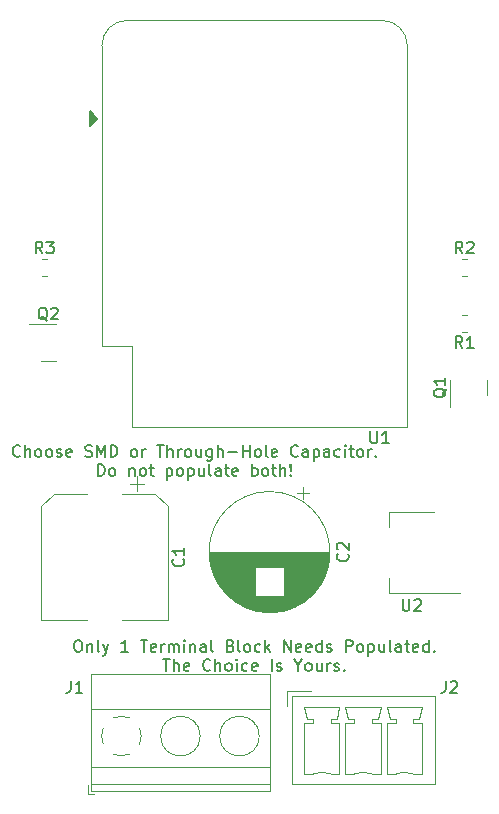
<source format=gto>
%TF.GenerationSoftware,KiCad,Pcbnew,7.0.7*%
%TF.CreationDate,2023-10-27T22:12:30-06:00*%
%TF.ProjectId,RatGDO-OpenSource,52617447-444f-42d4-9f70-656e536f7572,rev?*%
%TF.SameCoordinates,Original*%
%TF.FileFunction,Legend,Top*%
%TF.FilePolarity,Positive*%
%FSLAX46Y46*%
G04 Gerber Fmt 4.6, Leading zero omitted, Abs format (unit mm)*
G04 Created by KiCad (PCBNEW 7.0.7) date 2023-10-27 22:12:30*
%MOMM*%
%LPD*%
G01*
G04 APERTURE LIST*
%ADD10C,0.150000*%
%ADD11C,0.120000*%
G04 APERTURE END LIST*
D10*
X121128093Y-94684580D02*
X121080474Y-94732200D01*
X121080474Y-94732200D02*
X120937617Y-94779819D01*
X120937617Y-94779819D02*
X120842379Y-94779819D01*
X120842379Y-94779819D02*
X120699522Y-94732200D01*
X120699522Y-94732200D02*
X120604284Y-94636961D01*
X120604284Y-94636961D02*
X120556665Y-94541723D01*
X120556665Y-94541723D02*
X120509046Y-94351247D01*
X120509046Y-94351247D02*
X120509046Y-94208390D01*
X120509046Y-94208390D02*
X120556665Y-94017914D01*
X120556665Y-94017914D02*
X120604284Y-93922676D01*
X120604284Y-93922676D02*
X120699522Y-93827438D01*
X120699522Y-93827438D02*
X120842379Y-93779819D01*
X120842379Y-93779819D02*
X120937617Y-93779819D01*
X120937617Y-93779819D02*
X121080474Y-93827438D01*
X121080474Y-93827438D02*
X121128093Y-93875057D01*
X121556665Y-94779819D02*
X121556665Y-93779819D01*
X121985236Y-94779819D02*
X121985236Y-94256009D01*
X121985236Y-94256009D02*
X121937617Y-94160771D01*
X121937617Y-94160771D02*
X121842379Y-94113152D01*
X121842379Y-94113152D02*
X121699522Y-94113152D01*
X121699522Y-94113152D02*
X121604284Y-94160771D01*
X121604284Y-94160771D02*
X121556665Y-94208390D01*
X122604284Y-94779819D02*
X122509046Y-94732200D01*
X122509046Y-94732200D02*
X122461427Y-94684580D01*
X122461427Y-94684580D02*
X122413808Y-94589342D01*
X122413808Y-94589342D02*
X122413808Y-94303628D01*
X122413808Y-94303628D02*
X122461427Y-94208390D01*
X122461427Y-94208390D02*
X122509046Y-94160771D01*
X122509046Y-94160771D02*
X122604284Y-94113152D01*
X122604284Y-94113152D02*
X122747141Y-94113152D01*
X122747141Y-94113152D02*
X122842379Y-94160771D01*
X122842379Y-94160771D02*
X122889998Y-94208390D01*
X122889998Y-94208390D02*
X122937617Y-94303628D01*
X122937617Y-94303628D02*
X122937617Y-94589342D01*
X122937617Y-94589342D02*
X122889998Y-94684580D01*
X122889998Y-94684580D02*
X122842379Y-94732200D01*
X122842379Y-94732200D02*
X122747141Y-94779819D01*
X122747141Y-94779819D02*
X122604284Y-94779819D01*
X123509046Y-94779819D02*
X123413808Y-94732200D01*
X123413808Y-94732200D02*
X123366189Y-94684580D01*
X123366189Y-94684580D02*
X123318570Y-94589342D01*
X123318570Y-94589342D02*
X123318570Y-94303628D01*
X123318570Y-94303628D02*
X123366189Y-94208390D01*
X123366189Y-94208390D02*
X123413808Y-94160771D01*
X123413808Y-94160771D02*
X123509046Y-94113152D01*
X123509046Y-94113152D02*
X123651903Y-94113152D01*
X123651903Y-94113152D02*
X123747141Y-94160771D01*
X123747141Y-94160771D02*
X123794760Y-94208390D01*
X123794760Y-94208390D02*
X123842379Y-94303628D01*
X123842379Y-94303628D02*
X123842379Y-94589342D01*
X123842379Y-94589342D02*
X123794760Y-94684580D01*
X123794760Y-94684580D02*
X123747141Y-94732200D01*
X123747141Y-94732200D02*
X123651903Y-94779819D01*
X123651903Y-94779819D02*
X123509046Y-94779819D01*
X124223332Y-94732200D02*
X124318570Y-94779819D01*
X124318570Y-94779819D02*
X124509046Y-94779819D01*
X124509046Y-94779819D02*
X124604284Y-94732200D01*
X124604284Y-94732200D02*
X124651903Y-94636961D01*
X124651903Y-94636961D02*
X124651903Y-94589342D01*
X124651903Y-94589342D02*
X124604284Y-94494104D01*
X124604284Y-94494104D02*
X124509046Y-94446485D01*
X124509046Y-94446485D02*
X124366189Y-94446485D01*
X124366189Y-94446485D02*
X124270951Y-94398866D01*
X124270951Y-94398866D02*
X124223332Y-94303628D01*
X124223332Y-94303628D02*
X124223332Y-94256009D01*
X124223332Y-94256009D02*
X124270951Y-94160771D01*
X124270951Y-94160771D02*
X124366189Y-94113152D01*
X124366189Y-94113152D02*
X124509046Y-94113152D01*
X124509046Y-94113152D02*
X124604284Y-94160771D01*
X125461427Y-94732200D02*
X125366189Y-94779819D01*
X125366189Y-94779819D02*
X125175713Y-94779819D01*
X125175713Y-94779819D02*
X125080475Y-94732200D01*
X125080475Y-94732200D02*
X125032856Y-94636961D01*
X125032856Y-94636961D02*
X125032856Y-94256009D01*
X125032856Y-94256009D02*
X125080475Y-94160771D01*
X125080475Y-94160771D02*
X125175713Y-94113152D01*
X125175713Y-94113152D02*
X125366189Y-94113152D01*
X125366189Y-94113152D02*
X125461427Y-94160771D01*
X125461427Y-94160771D02*
X125509046Y-94256009D01*
X125509046Y-94256009D02*
X125509046Y-94351247D01*
X125509046Y-94351247D02*
X125032856Y-94446485D01*
X126651904Y-94732200D02*
X126794761Y-94779819D01*
X126794761Y-94779819D02*
X127032856Y-94779819D01*
X127032856Y-94779819D02*
X127128094Y-94732200D01*
X127128094Y-94732200D02*
X127175713Y-94684580D01*
X127175713Y-94684580D02*
X127223332Y-94589342D01*
X127223332Y-94589342D02*
X127223332Y-94494104D01*
X127223332Y-94494104D02*
X127175713Y-94398866D01*
X127175713Y-94398866D02*
X127128094Y-94351247D01*
X127128094Y-94351247D02*
X127032856Y-94303628D01*
X127032856Y-94303628D02*
X126842380Y-94256009D01*
X126842380Y-94256009D02*
X126747142Y-94208390D01*
X126747142Y-94208390D02*
X126699523Y-94160771D01*
X126699523Y-94160771D02*
X126651904Y-94065533D01*
X126651904Y-94065533D02*
X126651904Y-93970295D01*
X126651904Y-93970295D02*
X126699523Y-93875057D01*
X126699523Y-93875057D02*
X126747142Y-93827438D01*
X126747142Y-93827438D02*
X126842380Y-93779819D01*
X126842380Y-93779819D02*
X127080475Y-93779819D01*
X127080475Y-93779819D02*
X127223332Y-93827438D01*
X127651904Y-94779819D02*
X127651904Y-93779819D01*
X127651904Y-93779819D02*
X127985237Y-94494104D01*
X127985237Y-94494104D02*
X128318570Y-93779819D01*
X128318570Y-93779819D02*
X128318570Y-94779819D01*
X128794761Y-94779819D02*
X128794761Y-93779819D01*
X128794761Y-93779819D02*
X129032856Y-93779819D01*
X129032856Y-93779819D02*
X129175713Y-93827438D01*
X129175713Y-93827438D02*
X129270951Y-93922676D01*
X129270951Y-93922676D02*
X129318570Y-94017914D01*
X129318570Y-94017914D02*
X129366189Y-94208390D01*
X129366189Y-94208390D02*
X129366189Y-94351247D01*
X129366189Y-94351247D02*
X129318570Y-94541723D01*
X129318570Y-94541723D02*
X129270951Y-94636961D01*
X129270951Y-94636961D02*
X129175713Y-94732200D01*
X129175713Y-94732200D02*
X129032856Y-94779819D01*
X129032856Y-94779819D02*
X128794761Y-94779819D01*
X130699523Y-94779819D02*
X130604285Y-94732200D01*
X130604285Y-94732200D02*
X130556666Y-94684580D01*
X130556666Y-94684580D02*
X130509047Y-94589342D01*
X130509047Y-94589342D02*
X130509047Y-94303628D01*
X130509047Y-94303628D02*
X130556666Y-94208390D01*
X130556666Y-94208390D02*
X130604285Y-94160771D01*
X130604285Y-94160771D02*
X130699523Y-94113152D01*
X130699523Y-94113152D02*
X130842380Y-94113152D01*
X130842380Y-94113152D02*
X130937618Y-94160771D01*
X130937618Y-94160771D02*
X130985237Y-94208390D01*
X130985237Y-94208390D02*
X131032856Y-94303628D01*
X131032856Y-94303628D02*
X131032856Y-94589342D01*
X131032856Y-94589342D02*
X130985237Y-94684580D01*
X130985237Y-94684580D02*
X130937618Y-94732200D01*
X130937618Y-94732200D02*
X130842380Y-94779819D01*
X130842380Y-94779819D02*
X130699523Y-94779819D01*
X131461428Y-94779819D02*
X131461428Y-94113152D01*
X131461428Y-94303628D02*
X131509047Y-94208390D01*
X131509047Y-94208390D02*
X131556666Y-94160771D01*
X131556666Y-94160771D02*
X131651904Y-94113152D01*
X131651904Y-94113152D02*
X131747142Y-94113152D01*
X132699524Y-93779819D02*
X133270952Y-93779819D01*
X132985238Y-94779819D02*
X132985238Y-93779819D01*
X133604286Y-94779819D02*
X133604286Y-93779819D01*
X134032857Y-94779819D02*
X134032857Y-94256009D01*
X134032857Y-94256009D02*
X133985238Y-94160771D01*
X133985238Y-94160771D02*
X133890000Y-94113152D01*
X133890000Y-94113152D02*
X133747143Y-94113152D01*
X133747143Y-94113152D02*
X133651905Y-94160771D01*
X133651905Y-94160771D02*
X133604286Y-94208390D01*
X134509048Y-94779819D02*
X134509048Y-94113152D01*
X134509048Y-94303628D02*
X134556667Y-94208390D01*
X134556667Y-94208390D02*
X134604286Y-94160771D01*
X134604286Y-94160771D02*
X134699524Y-94113152D01*
X134699524Y-94113152D02*
X134794762Y-94113152D01*
X135270953Y-94779819D02*
X135175715Y-94732200D01*
X135175715Y-94732200D02*
X135128096Y-94684580D01*
X135128096Y-94684580D02*
X135080477Y-94589342D01*
X135080477Y-94589342D02*
X135080477Y-94303628D01*
X135080477Y-94303628D02*
X135128096Y-94208390D01*
X135128096Y-94208390D02*
X135175715Y-94160771D01*
X135175715Y-94160771D02*
X135270953Y-94113152D01*
X135270953Y-94113152D02*
X135413810Y-94113152D01*
X135413810Y-94113152D02*
X135509048Y-94160771D01*
X135509048Y-94160771D02*
X135556667Y-94208390D01*
X135556667Y-94208390D02*
X135604286Y-94303628D01*
X135604286Y-94303628D02*
X135604286Y-94589342D01*
X135604286Y-94589342D02*
X135556667Y-94684580D01*
X135556667Y-94684580D02*
X135509048Y-94732200D01*
X135509048Y-94732200D02*
X135413810Y-94779819D01*
X135413810Y-94779819D02*
X135270953Y-94779819D01*
X136461429Y-94113152D02*
X136461429Y-94779819D01*
X136032858Y-94113152D02*
X136032858Y-94636961D01*
X136032858Y-94636961D02*
X136080477Y-94732200D01*
X136080477Y-94732200D02*
X136175715Y-94779819D01*
X136175715Y-94779819D02*
X136318572Y-94779819D01*
X136318572Y-94779819D02*
X136413810Y-94732200D01*
X136413810Y-94732200D02*
X136461429Y-94684580D01*
X137366191Y-94113152D02*
X137366191Y-94922676D01*
X137366191Y-94922676D02*
X137318572Y-95017914D01*
X137318572Y-95017914D02*
X137270953Y-95065533D01*
X137270953Y-95065533D02*
X137175715Y-95113152D01*
X137175715Y-95113152D02*
X137032858Y-95113152D01*
X137032858Y-95113152D02*
X136937620Y-95065533D01*
X137366191Y-94732200D02*
X137270953Y-94779819D01*
X137270953Y-94779819D02*
X137080477Y-94779819D01*
X137080477Y-94779819D02*
X136985239Y-94732200D01*
X136985239Y-94732200D02*
X136937620Y-94684580D01*
X136937620Y-94684580D02*
X136890001Y-94589342D01*
X136890001Y-94589342D02*
X136890001Y-94303628D01*
X136890001Y-94303628D02*
X136937620Y-94208390D01*
X136937620Y-94208390D02*
X136985239Y-94160771D01*
X136985239Y-94160771D02*
X137080477Y-94113152D01*
X137080477Y-94113152D02*
X137270953Y-94113152D01*
X137270953Y-94113152D02*
X137366191Y-94160771D01*
X137842382Y-94779819D02*
X137842382Y-93779819D01*
X138270953Y-94779819D02*
X138270953Y-94256009D01*
X138270953Y-94256009D02*
X138223334Y-94160771D01*
X138223334Y-94160771D02*
X138128096Y-94113152D01*
X138128096Y-94113152D02*
X137985239Y-94113152D01*
X137985239Y-94113152D02*
X137890001Y-94160771D01*
X137890001Y-94160771D02*
X137842382Y-94208390D01*
X138747144Y-94398866D02*
X139509049Y-94398866D01*
X139985239Y-94779819D02*
X139985239Y-93779819D01*
X139985239Y-94256009D02*
X140556667Y-94256009D01*
X140556667Y-94779819D02*
X140556667Y-93779819D01*
X141175715Y-94779819D02*
X141080477Y-94732200D01*
X141080477Y-94732200D02*
X141032858Y-94684580D01*
X141032858Y-94684580D02*
X140985239Y-94589342D01*
X140985239Y-94589342D02*
X140985239Y-94303628D01*
X140985239Y-94303628D02*
X141032858Y-94208390D01*
X141032858Y-94208390D02*
X141080477Y-94160771D01*
X141080477Y-94160771D02*
X141175715Y-94113152D01*
X141175715Y-94113152D02*
X141318572Y-94113152D01*
X141318572Y-94113152D02*
X141413810Y-94160771D01*
X141413810Y-94160771D02*
X141461429Y-94208390D01*
X141461429Y-94208390D02*
X141509048Y-94303628D01*
X141509048Y-94303628D02*
X141509048Y-94589342D01*
X141509048Y-94589342D02*
X141461429Y-94684580D01*
X141461429Y-94684580D02*
X141413810Y-94732200D01*
X141413810Y-94732200D02*
X141318572Y-94779819D01*
X141318572Y-94779819D02*
X141175715Y-94779819D01*
X142080477Y-94779819D02*
X141985239Y-94732200D01*
X141985239Y-94732200D02*
X141937620Y-94636961D01*
X141937620Y-94636961D02*
X141937620Y-93779819D01*
X142842382Y-94732200D02*
X142747144Y-94779819D01*
X142747144Y-94779819D02*
X142556668Y-94779819D01*
X142556668Y-94779819D02*
X142461430Y-94732200D01*
X142461430Y-94732200D02*
X142413811Y-94636961D01*
X142413811Y-94636961D02*
X142413811Y-94256009D01*
X142413811Y-94256009D02*
X142461430Y-94160771D01*
X142461430Y-94160771D02*
X142556668Y-94113152D01*
X142556668Y-94113152D02*
X142747144Y-94113152D01*
X142747144Y-94113152D02*
X142842382Y-94160771D01*
X142842382Y-94160771D02*
X142890001Y-94256009D01*
X142890001Y-94256009D02*
X142890001Y-94351247D01*
X142890001Y-94351247D02*
X142413811Y-94446485D01*
X144651906Y-94684580D02*
X144604287Y-94732200D01*
X144604287Y-94732200D02*
X144461430Y-94779819D01*
X144461430Y-94779819D02*
X144366192Y-94779819D01*
X144366192Y-94779819D02*
X144223335Y-94732200D01*
X144223335Y-94732200D02*
X144128097Y-94636961D01*
X144128097Y-94636961D02*
X144080478Y-94541723D01*
X144080478Y-94541723D02*
X144032859Y-94351247D01*
X144032859Y-94351247D02*
X144032859Y-94208390D01*
X144032859Y-94208390D02*
X144080478Y-94017914D01*
X144080478Y-94017914D02*
X144128097Y-93922676D01*
X144128097Y-93922676D02*
X144223335Y-93827438D01*
X144223335Y-93827438D02*
X144366192Y-93779819D01*
X144366192Y-93779819D02*
X144461430Y-93779819D01*
X144461430Y-93779819D02*
X144604287Y-93827438D01*
X144604287Y-93827438D02*
X144651906Y-93875057D01*
X145509049Y-94779819D02*
X145509049Y-94256009D01*
X145509049Y-94256009D02*
X145461430Y-94160771D01*
X145461430Y-94160771D02*
X145366192Y-94113152D01*
X145366192Y-94113152D02*
X145175716Y-94113152D01*
X145175716Y-94113152D02*
X145080478Y-94160771D01*
X145509049Y-94732200D02*
X145413811Y-94779819D01*
X145413811Y-94779819D02*
X145175716Y-94779819D01*
X145175716Y-94779819D02*
X145080478Y-94732200D01*
X145080478Y-94732200D02*
X145032859Y-94636961D01*
X145032859Y-94636961D02*
X145032859Y-94541723D01*
X145032859Y-94541723D02*
X145080478Y-94446485D01*
X145080478Y-94446485D02*
X145175716Y-94398866D01*
X145175716Y-94398866D02*
X145413811Y-94398866D01*
X145413811Y-94398866D02*
X145509049Y-94351247D01*
X145985240Y-94113152D02*
X145985240Y-95113152D01*
X145985240Y-94160771D02*
X146080478Y-94113152D01*
X146080478Y-94113152D02*
X146270954Y-94113152D01*
X146270954Y-94113152D02*
X146366192Y-94160771D01*
X146366192Y-94160771D02*
X146413811Y-94208390D01*
X146413811Y-94208390D02*
X146461430Y-94303628D01*
X146461430Y-94303628D02*
X146461430Y-94589342D01*
X146461430Y-94589342D02*
X146413811Y-94684580D01*
X146413811Y-94684580D02*
X146366192Y-94732200D01*
X146366192Y-94732200D02*
X146270954Y-94779819D01*
X146270954Y-94779819D02*
X146080478Y-94779819D01*
X146080478Y-94779819D02*
X145985240Y-94732200D01*
X147318573Y-94779819D02*
X147318573Y-94256009D01*
X147318573Y-94256009D02*
X147270954Y-94160771D01*
X147270954Y-94160771D02*
X147175716Y-94113152D01*
X147175716Y-94113152D02*
X146985240Y-94113152D01*
X146985240Y-94113152D02*
X146890002Y-94160771D01*
X147318573Y-94732200D02*
X147223335Y-94779819D01*
X147223335Y-94779819D02*
X146985240Y-94779819D01*
X146985240Y-94779819D02*
X146890002Y-94732200D01*
X146890002Y-94732200D02*
X146842383Y-94636961D01*
X146842383Y-94636961D02*
X146842383Y-94541723D01*
X146842383Y-94541723D02*
X146890002Y-94446485D01*
X146890002Y-94446485D02*
X146985240Y-94398866D01*
X146985240Y-94398866D02*
X147223335Y-94398866D01*
X147223335Y-94398866D02*
X147318573Y-94351247D01*
X148223335Y-94732200D02*
X148128097Y-94779819D01*
X148128097Y-94779819D02*
X147937621Y-94779819D01*
X147937621Y-94779819D02*
X147842383Y-94732200D01*
X147842383Y-94732200D02*
X147794764Y-94684580D01*
X147794764Y-94684580D02*
X147747145Y-94589342D01*
X147747145Y-94589342D02*
X147747145Y-94303628D01*
X147747145Y-94303628D02*
X147794764Y-94208390D01*
X147794764Y-94208390D02*
X147842383Y-94160771D01*
X147842383Y-94160771D02*
X147937621Y-94113152D01*
X147937621Y-94113152D02*
X148128097Y-94113152D01*
X148128097Y-94113152D02*
X148223335Y-94160771D01*
X148651907Y-94779819D02*
X148651907Y-94113152D01*
X148651907Y-93779819D02*
X148604288Y-93827438D01*
X148604288Y-93827438D02*
X148651907Y-93875057D01*
X148651907Y-93875057D02*
X148699526Y-93827438D01*
X148699526Y-93827438D02*
X148651907Y-93779819D01*
X148651907Y-93779819D02*
X148651907Y-93875057D01*
X148985240Y-94113152D02*
X149366192Y-94113152D01*
X149128097Y-93779819D02*
X149128097Y-94636961D01*
X149128097Y-94636961D02*
X149175716Y-94732200D01*
X149175716Y-94732200D02*
X149270954Y-94779819D01*
X149270954Y-94779819D02*
X149366192Y-94779819D01*
X149842383Y-94779819D02*
X149747145Y-94732200D01*
X149747145Y-94732200D02*
X149699526Y-94684580D01*
X149699526Y-94684580D02*
X149651907Y-94589342D01*
X149651907Y-94589342D02*
X149651907Y-94303628D01*
X149651907Y-94303628D02*
X149699526Y-94208390D01*
X149699526Y-94208390D02*
X149747145Y-94160771D01*
X149747145Y-94160771D02*
X149842383Y-94113152D01*
X149842383Y-94113152D02*
X149985240Y-94113152D01*
X149985240Y-94113152D02*
X150080478Y-94160771D01*
X150080478Y-94160771D02*
X150128097Y-94208390D01*
X150128097Y-94208390D02*
X150175716Y-94303628D01*
X150175716Y-94303628D02*
X150175716Y-94589342D01*
X150175716Y-94589342D02*
X150128097Y-94684580D01*
X150128097Y-94684580D02*
X150080478Y-94732200D01*
X150080478Y-94732200D02*
X149985240Y-94779819D01*
X149985240Y-94779819D02*
X149842383Y-94779819D01*
X150604288Y-94779819D02*
X150604288Y-94113152D01*
X150604288Y-94303628D02*
X150651907Y-94208390D01*
X150651907Y-94208390D02*
X150699526Y-94160771D01*
X150699526Y-94160771D02*
X150794764Y-94113152D01*
X150794764Y-94113152D02*
X150890002Y-94113152D01*
X151223336Y-94684580D02*
X151270955Y-94732200D01*
X151270955Y-94732200D02*
X151223336Y-94779819D01*
X151223336Y-94779819D02*
X151175717Y-94732200D01*
X151175717Y-94732200D02*
X151223336Y-94684580D01*
X151223336Y-94684580D02*
X151223336Y-94779819D01*
X127723332Y-96389819D02*
X127723332Y-95389819D01*
X127723332Y-95389819D02*
X127961427Y-95389819D01*
X127961427Y-95389819D02*
X128104284Y-95437438D01*
X128104284Y-95437438D02*
X128199522Y-95532676D01*
X128199522Y-95532676D02*
X128247141Y-95627914D01*
X128247141Y-95627914D02*
X128294760Y-95818390D01*
X128294760Y-95818390D02*
X128294760Y-95961247D01*
X128294760Y-95961247D02*
X128247141Y-96151723D01*
X128247141Y-96151723D02*
X128199522Y-96246961D01*
X128199522Y-96246961D02*
X128104284Y-96342200D01*
X128104284Y-96342200D02*
X127961427Y-96389819D01*
X127961427Y-96389819D02*
X127723332Y-96389819D01*
X128866189Y-96389819D02*
X128770951Y-96342200D01*
X128770951Y-96342200D02*
X128723332Y-96294580D01*
X128723332Y-96294580D02*
X128675713Y-96199342D01*
X128675713Y-96199342D02*
X128675713Y-95913628D01*
X128675713Y-95913628D02*
X128723332Y-95818390D01*
X128723332Y-95818390D02*
X128770951Y-95770771D01*
X128770951Y-95770771D02*
X128866189Y-95723152D01*
X128866189Y-95723152D02*
X129009046Y-95723152D01*
X129009046Y-95723152D02*
X129104284Y-95770771D01*
X129104284Y-95770771D02*
X129151903Y-95818390D01*
X129151903Y-95818390D02*
X129199522Y-95913628D01*
X129199522Y-95913628D02*
X129199522Y-96199342D01*
X129199522Y-96199342D02*
X129151903Y-96294580D01*
X129151903Y-96294580D02*
X129104284Y-96342200D01*
X129104284Y-96342200D02*
X129009046Y-96389819D01*
X129009046Y-96389819D02*
X128866189Y-96389819D01*
X130389999Y-95723152D02*
X130389999Y-96389819D01*
X130389999Y-95818390D02*
X130437618Y-95770771D01*
X130437618Y-95770771D02*
X130532856Y-95723152D01*
X130532856Y-95723152D02*
X130675713Y-95723152D01*
X130675713Y-95723152D02*
X130770951Y-95770771D01*
X130770951Y-95770771D02*
X130818570Y-95866009D01*
X130818570Y-95866009D02*
X130818570Y-96389819D01*
X131437618Y-96389819D02*
X131342380Y-96342200D01*
X131342380Y-96342200D02*
X131294761Y-96294580D01*
X131294761Y-96294580D02*
X131247142Y-96199342D01*
X131247142Y-96199342D02*
X131247142Y-95913628D01*
X131247142Y-95913628D02*
X131294761Y-95818390D01*
X131294761Y-95818390D02*
X131342380Y-95770771D01*
X131342380Y-95770771D02*
X131437618Y-95723152D01*
X131437618Y-95723152D02*
X131580475Y-95723152D01*
X131580475Y-95723152D02*
X131675713Y-95770771D01*
X131675713Y-95770771D02*
X131723332Y-95818390D01*
X131723332Y-95818390D02*
X131770951Y-95913628D01*
X131770951Y-95913628D02*
X131770951Y-96199342D01*
X131770951Y-96199342D02*
X131723332Y-96294580D01*
X131723332Y-96294580D02*
X131675713Y-96342200D01*
X131675713Y-96342200D02*
X131580475Y-96389819D01*
X131580475Y-96389819D02*
X131437618Y-96389819D01*
X132056666Y-95723152D02*
X132437618Y-95723152D01*
X132199523Y-95389819D02*
X132199523Y-96246961D01*
X132199523Y-96246961D02*
X132247142Y-96342200D01*
X132247142Y-96342200D02*
X132342380Y-96389819D01*
X132342380Y-96389819D02*
X132437618Y-96389819D01*
X133532857Y-95723152D02*
X133532857Y-96723152D01*
X133532857Y-95770771D02*
X133628095Y-95723152D01*
X133628095Y-95723152D02*
X133818571Y-95723152D01*
X133818571Y-95723152D02*
X133913809Y-95770771D01*
X133913809Y-95770771D02*
X133961428Y-95818390D01*
X133961428Y-95818390D02*
X134009047Y-95913628D01*
X134009047Y-95913628D02*
X134009047Y-96199342D01*
X134009047Y-96199342D02*
X133961428Y-96294580D01*
X133961428Y-96294580D02*
X133913809Y-96342200D01*
X133913809Y-96342200D02*
X133818571Y-96389819D01*
X133818571Y-96389819D02*
X133628095Y-96389819D01*
X133628095Y-96389819D02*
X133532857Y-96342200D01*
X134580476Y-96389819D02*
X134485238Y-96342200D01*
X134485238Y-96342200D02*
X134437619Y-96294580D01*
X134437619Y-96294580D02*
X134390000Y-96199342D01*
X134390000Y-96199342D02*
X134390000Y-95913628D01*
X134390000Y-95913628D02*
X134437619Y-95818390D01*
X134437619Y-95818390D02*
X134485238Y-95770771D01*
X134485238Y-95770771D02*
X134580476Y-95723152D01*
X134580476Y-95723152D02*
X134723333Y-95723152D01*
X134723333Y-95723152D02*
X134818571Y-95770771D01*
X134818571Y-95770771D02*
X134866190Y-95818390D01*
X134866190Y-95818390D02*
X134913809Y-95913628D01*
X134913809Y-95913628D02*
X134913809Y-96199342D01*
X134913809Y-96199342D02*
X134866190Y-96294580D01*
X134866190Y-96294580D02*
X134818571Y-96342200D01*
X134818571Y-96342200D02*
X134723333Y-96389819D01*
X134723333Y-96389819D02*
X134580476Y-96389819D01*
X135342381Y-95723152D02*
X135342381Y-96723152D01*
X135342381Y-95770771D02*
X135437619Y-95723152D01*
X135437619Y-95723152D02*
X135628095Y-95723152D01*
X135628095Y-95723152D02*
X135723333Y-95770771D01*
X135723333Y-95770771D02*
X135770952Y-95818390D01*
X135770952Y-95818390D02*
X135818571Y-95913628D01*
X135818571Y-95913628D02*
X135818571Y-96199342D01*
X135818571Y-96199342D02*
X135770952Y-96294580D01*
X135770952Y-96294580D02*
X135723333Y-96342200D01*
X135723333Y-96342200D02*
X135628095Y-96389819D01*
X135628095Y-96389819D02*
X135437619Y-96389819D01*
X135437619Y-96389819D02*
X135342381Y-96342200D01*
X136675714Y-95723152D02*
X136675714Y-96389819D01*
X136247143Y-95723152D02*
X136247143Y-96246961D01*
X136247143Y-96246961D02*
X136294762Y-96342200D01*
X136294762Y-96342200D02*
X136390000Y-96389819D01*
X136390000Y-96389819D02*
X136532857Y-96389819D01*
X136532857Y-96389819D02*
X136628095Y-96342200D01*
X136628095Y-96342200D02*
X136675714Y-96294580D01*
X137294762Y-96389819D02*
X137199524Y-96342200D01*
X137199524Y-96342200D02*
X137151905Y-96246961D01*
X137151905Y-96246961D02*
X137151905Y-95389819D01*
X138104286Y-96389819D02*
X138104286Y-95866009D01*
X138104286Y-95866009D02*
X138056667Y-95770771D01*
X138056667Y-95770771D02*
X137961429Y-95723152D01*
X137961429Y-95723152D02*
X137770953Y-95723152D01*
X137770953Y-95723152D02*
X137675715Y-95770771D01*
X138104286Y-96342200D02*
X138009048Y-96389819D01*
X138009048Y-96389819D02*
X137770953Y-96389819D01*
X137770953Y-96389819D02*
X137675715Y-96342200D01*
X137675715Y-96342200D02*
X137628096Y-96246961D01*
X137628096Y-96246961D02*
X137628096Y-96151723D01*
X137628096Y-96151723D02*
X137675715Y-96056485D01*
X137675715Y-96056485D02*
X137770953Y-96008866D01*
X137770953Y-96008866D02*
X138009048Y-96008866D01*
X138009048Y-96008866D02*
X138104286Y-95961247D01*
X138437620Y-95723152D02*
X138818572Y-95723152D01*
X138580477Y-95389819D02*
X138580477Y-96246961D01*
X138580477Y-96246961D02*
X138628096Y-96342200D01*
X138628096Y-96342200D02*
X138723334Y-96389819D01*
X138723334Y-96389819D02*
X138818572Y-96389819D01*
X139532858Y-96342200D02*
X139437620Y-96389819D01*
X139437620Y-96389819D02*
X139247144Y-96389819D01*
X139247144Y-96389819D02*
X139151906Y-96342200D01*
X139151906Y-96342200D02*
X139104287Y-96246961D01*
X139104287Y-96246961D02*
X139104287Y-95866009D01*
X139104287Y-95866009D02*
X139151906Y-95770771D01*
X139151906Y-95770771D02*
X139247144Y-95723152D01*
X139247144Y-95723152D02*
X139437620Y-95723152D01*
X139437620Y-95723152D02*
X139532858Y-95770771D01*
X139532858Y-95770771D02*
X139580477Y-95866009D01*
X139580477Y-95866009D02*
X139580477Y-95961247D01*
X139580477Y-95961247D02*
X139104287Y-96056485D01*
X140770954Y-96389819D02*
X140770954Y-95389819D01*
X140770954Y-95770771D02*
X140866192Y-95723152D01*
X140866192Y-95723152D02*
X141056668Y-95723152D01*
X141056668Y-95723152D02*
X141151906Y-95770771D01*
X141151906Y-95770771D02*
X141199525Y-95818390D01*
X141199525Y-95818390D02*
X141247144Y-95913628D01*
X141247144Y-95913628D02*
X141247144Y-96199342D01*
X141247144Y-96199342D02*
X141199525Y-96294580D01*
X141199525Y-96294580D02*
X141151906Y-96342200D01*
X141151906Y-96342200D02*
X141056668Y-96389819D01*
X141056668Y-96389819D02*
X140866192Y-96389819D01*
X140866192Y-96389819D02*
X140770954Y-96342200D01*
X141818573Y-96389819D02*
X141723335Y-96342200D01*
X141723335Y-96342200D02*
X141675716Y-96294580D01*
X141675716Y-96294580D02*
X141628097Y-96199342D01*
X141628097Y-96199342D02*
X141628097Y-95913628D01*
X141628097Y-95913628D02*
X141675716Y-95818390D01*
X141675716Y-95818390D02*
X141723335Y-95770771D01*
X141723335Y-95770771D02*
X141818573Y-95723152D01*
X141818573Y-95723152D02*
X141961430Y-95723152D01*
X141961430Y-95723152D02*
X142056668Y-95770771D01*
X142056668Y-95770771D02*
X142104287Y-95818390D01*
X142104287Y-95818390D02*
X142151906Y-95913628D01*
X142151906Y-95913628D02*
X142151906Y-96199342D01*
X142151906Y-96199342D02*
X142104287Y-96294580D01*
X142104287Y-96294580D02*
X142056668Y-96342200D01*
X142056668Y-96342200D02*
X141961430Y-96389819D01*
X141961430Y-96389819D02*
X141818573Y-96389819D01*
X142437621Y-95723152D02*
X142818573Y-95723152D01*
X142580478Y-95389819D02*
X142580478Y-96246961D01*
X142580478Y-96246961D02*
X142628097Y-96342200D01*
X142628097Y-96342200D02*
X142723335Y-96389819D01*
X142723335Y-96389819D02*
X142818573Y-96389819D01*
X143151907Y-96389819D02*
X143151907Y-95389819D01*
X143580478Y-96389819D02*
X143580478Y-95866009D01*
X143580478Y-95866009D02*
X143532859Y-95770771D01*
X143532859Y-95770771D02*
X143437621Y-95723152D01*
X143437621Y-95723152D02*
X143294764Y-95723152D01*
X143294764Y-95723152D02*
X143199526Y-95770771D01*
X143199526Y-95770771D02*
X143151907Y-95818390D01*
X144056669Y-96294580D02*
X144104288Y-96342200D01*
X144104288Y-96342200D02*
X144056669Y-96389819D01*
X144056669Y-96389819D02*
X144009050Y-96342200D01*
X144009050Y-96342200D02*
X144056669Y-96294580D01*
X144056669Y-96294580D02*
X144056669Y-96389819D01*
X144056669Y-96008866D02*
X144009050Y-95437438D01*
X144009050Y-95437438D02*
X144056669Y-95389819D01*
X144056669Y-95389819D02*
X144104288Y-95437438D01*
X144104288Y-95437438D02*
X144056669Y-96008866D01*
X144056669Y-96008866D02*
X144056669Y-95389819D01*
X125946188Y-110289819D02*
X126136664Y-110289819D01*
X126136664Y-110289819D02*
X126231902Y-110337438D01*
X126231902Y-110337438D02*
X126327140Y-110432676D01*
X126327140Y-110432676D02*
X126374759Y-110623152D01*
X126374759Y-110623152D02*
X126374759Y-110956485D01*
X126374759Y-110956485D02*
X126327140Y-111146961D01*
X126327140Y-111146961D02*
X126231902Y-111242200D01*
X126231902Y-111242200D02*
X126136664Y-111289819D01*
X126136664Y-111289819D02*
X125946188Y-111289819D01*
X125946188Y-111289819D02*
X125850950Y-111242200D01*
X125850950Y-111242200D02*
X125755712Y-111146961D01*
X125755712Y-111146961D02*
X125708093Y-110956485D01*
X125708093Y-110956485D02*
X125708093Y-110623152D01*
X125708093Y-110623152D02*
X125755712Y-110432676D01*
X125755712Y-110432676D02*
X125850950Y-110337438D01*
X125850950Y-110337438D02*
X125946188Y-110289819D01*
X126803331Y-110623152D02*
X126803331Y-111289819D01*
X126803331Y-110718390D02*
X126850950Y-110670771D01*
X126850950Y-110670771D02*
X126946188Y-110623152D01*
X126946188Y-110623152D02*
X127089045Y-110623152D01*
X127089045Y-110623152D02*
X127184283Y-110670771D01*
X127184283Y-110670771D02*
X127231902Y-110766009D01*
X127231902Y-110766009D02*
X127231902Y-111289819D01*
X127850950Y-111289819D02*
X127755712Y-111242200D01*
X127755712Y-111242200D02*
X127708093Y-111146961D01*
X127708093Y-111146961D02*
X127708093Y-110289819D01*
X128136665Y-110623152D02*
X128374760Y-111289819D01*
X128612855Y-110623152D02*
X128374760Y-111289819D01*
X128374760Y-111289819D02*
X128279522Y-111527914D01*
X128279522Y-111527914D02*
X128231903Y-111575533D01*
X128231903Y-111575533D02*
X128136665Y-111623152D01*
X130279522Y-111289819D02*
X129708094Y-111289819D01*
X129993808Y-111289819D02*
X129993808Y-110289819D01*
X129993808Y-110289819D02*
X129898570Y-110432676D01*
X129898570Y-110432676D02*
X129803332Y-110527914D01*
X129803332Y-110527914D02*
X129708094Y-110575533D01*
X131327142Y-110289819D02*
X131898570Y-110289819D01*
X131612856Y-111289819D02*
X131612856Y-110289819D01*
X132612856Y-111242200D02*
X132517618Y-111289819D01*
X132517618Y-111289819D02*
X132327142Y-111289819D01*
X132327142Y-111289819D02*
X132231904Y-111242200D01*
X132231904Y-111242200D02*
X132184285Y-111146961D01*
X132184285Y-111146961D02*
X132184285Y-110766009D01*
X132184285Y-110766009D02*
X132231904Y-110670771D01*
X132231904Y-110670771D02*
X132327142Y-110623152D01*
X132327142Y-110623152D02*
X132517618Y-110623152D01*
X132517618Y-110623152D02*
X132612856Y-110670771D01*
X132612856Y-110670771D02*
X132660475Y-110766009D01*
X132660475Y-110766009D02*
X132660475Y-110861247D01*
X132660475Y-110861247D02*
X132184285Y-110956485D01*
X133089047Y-111289819D02*
X133089047Y-110623152D01*
X133089047Y-110813628D02*
X133136666Y-110718390D01*
X133136666Y-110718390D02*
X133184285Y-110670771D01*
X133184285Y-110670771D02*
X133279523Y-110623152D01*
X133279523Y-110623152D02*
X133374761Y-110623152D01*
X133708095Y-111289819D02*
X133708095Y-110623152D01*
X133708095Y-110718390D02*
X133755714Y-110670771D01*
X133755714Y-110670771D02*
X133850952Y-110623152D01*
X133850952Y-110623152D02*
X133993809Y-110623152D01*
X133993809Y-110623152D02*
X134089047Y-110670771D01*
X134089047Y-110670771D02*
X134136666Y-110766009D01*
X134136666Y-110766009D02*
X134136666Y-111289819D01*
X134136666Y-110766009D02*
X134184285Y-110670771D01*
X134184285Y-110670771D02*
X134279523Y-110623152D01*
X134279523Y-110623152D02*
X134422380Y-110623152D01*
X134422380Y-110623152D02*
X134517619Y-110670771D01*
X134517619Y-110670771D02*
X134565238Y-110766009D01*
X134565238Y-110766009D02*
X134565238Y-111289819D01*
X135041428Y-111289819D02*
X135041428Y-110623152D01*
X135041428Y-110289819D02*
X134993809Y-110337438D01*
X134993809Y-110337438D02*
X135041428Y-110385057D01*
X135041428Y-110385057D02*
X135089047Y-110337438D01*
X135089047Y-110337438D02*
X135041428Y-110289819D01*
X135041428Y-110289819D02*
X135041428Y-110385057D01*
X135517618Y-110623152D02*
X135517618Y-111289819D01*
X135517618Y-110718390D02*
X135565237Y-110670771D01*
X135565237Y-110670771D02*
X135660475Y-110623152D01*
X135660475Y-110623152D02*
X135803332Y-110623152D01*
X135803332Y-110623152D02*
X135898570Y-110670771D01*
X135898570Y-110670771D02*
X135946189Y-110766009D01*
X135946189Y-110766009D02*
X135946189Y-111289819D01*
X136850951Y-111289819D02*
X136850951Y-110766009D01*
X136850951Y-110766009D02*
X136803332Y-110670771D01*
X136803332Y-110670771D02*
X136708094Y-110623152D01*
X136708094Y-110623152D02*
X136517618Y-110623152D01*
X136517618Y-110623152D02*
X136422380Y-110670771D01*
X136850951Y-111242200D02*
X136755713Y-111289819D01*
X136755713Y-111289819D02*
X136517618Y-111289819D01*
X136517618Y-111289819D02*
X136422380Y-111242200D01*
X136422380Y-111242200D02*
X136374761Y-111146961D01*
X136374761Y-111146961D02*
X136374761Y-111051723D01*
X136374761Y-111051723D02*
X136422380Y-110956485D01*
X136422380Y-110956485D02*
X136517618Y-110908866D01*
X136517618Y-110908866D02*
X136755713Y-110908866D01*
X136755713Y-110908866D02*
X136850951Y-110861247D01*
X137469999Y-111289819D02*
X137374761Y-111242200D01*
X137374761Y-111242200D02*
X137327142Y-111146961D01*
X137327142Y-111146961D02*
X137327142Y-110289819D01*
X138946190Y-110766009D02*
X139089047Y-110813628D01*
X139089047Y-110813628D02*
X139136666Y-110861247D01*
X139136666Y-110861247D02*
X139184285Y-110956485D01*
X139184285Y-110956485D02*
X139184285Y-111099342D01*
X139184285Y-111099342D02*
X139136666Y-111194580D01*
X139136666Y-111194580D02*
X139089047Y-111242200D01*
X139089047Y-111242200D02*
X138993809Y-111289819D01*
X138993809Y-111289819D02*
X138612857Y-111289819D01*
X138612857Y-111289819D02*
X138612857Y-110289819D01*
X138612857Y-110289819D02*
X138946190Y-110289819D01*
X138946190Y-110289819D02*
X139041428Y-110337438D01*
X139041428Y-110337438D02*
X139089047Y-110385057D01*
X139089047Y-110385057D02*
X139136666Y-110480295D01*
X139136666Y-110480295D02*
X139136666Y-110575533D01*
X139136666Y-110575533D02*
X139089047Y-110670771D01*
X139089047Y-110670771D02*
X139041428Y-110718390D01*
X139041428Y-110718390D02*
X138946190Y-110766009D01*
X138946190Y-110766009D02*
X138612857Y-110766009D01*
X139755714Y-111289819D02*
X139660476Y-111242200D01*
X139660476Y-111242200D02*
X139612857Y-111146961D01*
X139612857Y-111146961D02*
X139612857Y-110289819D01*
X140279524Y-111289819D02*
X140184286Y-111242200D01*
X140184286Y-111242200D02*
X140136667Y-111194580D01*
X140136667Y-111194580D02*
X140089048Y-111099342D01*
X140089048Y-111099342D02*
X140089048Y-110813628D01*
X140089048Y-110813628D02*
X140136667Y-110718390D01*
X140136667Y-110718390D02*
X140184286Y-110670771D01*
X140184286Y-110670771D02*
X140279524Y-110623152D01*
X140279524Y-110623152D02*
X140422381Y-110623152D01*
X140422381Y-110623152D02*
X140517619Y-110670771D01*
X140517619Y-110670771D02*
X140565238Y-110718390D01*
X140565238Y-110718390D02*
X140612857Y-110813628D01*
X140612857Y-110813628D02*
X140612857Y-111099342D01*
X140612857Y-111099342D02*
X140565238Y-111194580D01*
X140565238Y-111194580D02*
X140517619Y-111242200D01*
X140517619Y-111242200D02*
X140422381Y-111289819D01*
X140422381Y-111289819D02*
X140279524Y-111289819D01*
X141470000Y-111242200D02*
X141374762Y-111289819D01*
X141374762Y-111289819D02*
X141184286Y-111289819D01*
X141184286Y-111289819D02*
X141089048Y-111242200D01*
X141089048Y-111242200D02*
X141041429Y-111194580D01*
X141041429Y-111194580D02*
X140993810Y-111099342D01*
X140993810Y-111099342D02*
X140993810Y-110813628D01*
X140993810Y-110813628D02*
X141041429Y-110718390D01*
X141041429Y-110718390D02*
X141089048Y-110670771D01*
X141089048Y-110670771D02*
X141184286Y-110623152D01*
X141184286Y-110623152D02*
X141374762Y-110623152D01*
X141374762Y-110623152D02*
X141470000Y-110670771D01*
X141898572Y-111289819D02*
X141898572Y-110289819D01*
X141993810Y-110908866D02*
X142279524Y-111289819D01*
X142279524Y-110623152D02*
X141898572Y-111004104D01*
X143470001Y-111289819D02*
X143470001Y-110289819D01*
X143470001Y-110289819D02*
X144041429Y-111289819D01*
X144041429Y-111289819D02*
X144041429Y-110289819D01*
X144898572Y-111242200D02*
X144803334Y-111289819D01*
X144803334Y-111289819D02*
X144612858Y-111289819D01*
X144612858Y-111289819D02*
X144517620Y-111242200D01*
X144517620Y-111242200D02*
X144470001Y-111146961D01*
X144470001Y-111146961D02*
X144470001Y-110766009D01*
X144470001Y-110766009D02*
X144517620Y-110670771D01*
X144517620Y-110670771D02*
X144612858Y-110623152D01*
X144612858Y-110623152D02*
X144803334Y-110623152D01*
X144803334Y-110623152D02*
X144898572Y-110670771D01*
X144898572Y-110670771D02*
X144946191Y-110766009D01*
X144946191Y-110766009D02*
X144946191Y-110861247D01*
X144946191Y-110861247D02*
X144470001Y-110956485D01*
X145755715Y-111242200D02*
X145660477Y-111289819D01*
X145660477Y-111289819D02*
X145470001Y-111289819D01*
X145470001Y-111289819D02*
X145374763Y-111242200D01*
X145374763Y-111242200D02*
X145327144Y-111146961D01*
X145327144Y-111146961D02*
X145327144Y-110766009D01*
X145327144Y-110766009D02*
X145374763Y-110670771D01*
X145374763Y-110670771D02*
X145470001Y-110623152D01*
X145470001Y-110623152D02*
X145660477Y-110623152D01*
X145660477Y-110623152D02*
X145755715Y-110670771D01*
X145755715Y-110670771D02*
X145803334Y-110766009D01*
X145803334Y-110766009D02*
X145803334Y-110861247D01*
X145803334Y-110861247D02*
X145327144Y-110956485D01*
X146660477Y-111289819D02*
X146660477Y-110289819D01*
X146660477Y-111242200D02*
X146565239Y-111289819D01*
X146565239Y-111289819D02*
X146374763Y-111289819D01*
X146374763Y-111289819D02*
X146279525Y-111242200D01*
X146279525Y-111242200D02*
X146231906Y-111194580D01*
X146231906Y-111194580D02*
X146184287Y-111099342D01*
X146184287Y-111099342D02*
X146184287Y-110813628D01*
X146184287Y-110813628D02*
X146231906Y-110718390D01*
X146231906Y-110718390D02*
X146279525Y-110670771D01*
X146279525Y-110670771D02*
X146374763Y-110623152D01*
X146374763Y-110623152D02*
X146565239Y-110623152D01*
X146565239Y-110623152D02*
X146660477Y-110670771D01*
X147089049Y-111242200D02*
X147184287Y-111289819D01*
X147184287Y-111289819D02*
X147374763Y-111289819D01*
X147374763Y-111289819D02*
X147470001Y-111242200D01*
X147470001Y-111242200D02*
X147517620Y-111146961D01*
X147517620Y-111146961D02*
X147517620Y-111099342D01*
X147517620Y-111099342D02*
X147470001Y-111004104D01*
X147470001Y-111004104D02*
X147374763Y-110956485D01*
X147374763Y-110956485D02*
X147231906Y-110956485D01*
X147231906Y-110956485D02*
X147136668Y-110908866D01*
X147136668Y-110908866D02*
X147089049Y-110813628D01*
X147089049Y-110813628D02*
X147089049Y-110766009D01*
X147089049Y-110766009D02*
X147136668Y-110670771D01*
X147136668Y-110670771D02*
X147231906Y-110623152D01*
X147231906Y-110623152D02*
X147374763Y-110623152D01*
X147374763Y-110623152D02*
X147470001Y-110670771D01*
X148708097Y-111289819D02*
X148708097Y-110289819D01*
X148708097Y-110289819D02*
X149089049Y-110289819D01*
X149089049Y-110289819D02*
X149184287Y-110337438D01*
X149184287Y-110337438D02*
X149231906Y-110385057D01*
X149231906Y-110385057D02*
X149279525Y-110480295D01*
X149279525Y-110480295D02*
X149279525Y-110623152D01*
X149279525Y-110623152D02*
X149231906Y-110718390D01*
X149231906Y-110718390D02*
X149184287Y-110766009D01*
X149184287Y-110766009D02*
X149089049Y-110813628D01*
X149089049Y-110813628D02*
X148708097Y-110813628D01*
X149850954Y-111289819D02*
X149755716Y-111242200D01*
X149755716Y-111242200D02*
X149708097Y-111194580D01*
X149708097Y-111194580D02*
X149660478Y-111099342D01*
X149660478Y-111099342D02*
X149660478Y-110813628D01*
X149660478Y-110813628D02*
X149708097Y-110718390D01*
X149708097Y-110718390D02*
X149755716Y-110670771D01*
X149755716Y-110670771D02*
X149850954Y-110623152D01*
X149850954Y-110623152D02*
X149993811Y-110623152D01*
X149993811Y-110623152D02*
X150089049Y-110670771D01*
X150089049Y-110670771D02*
X150136668Y-110718390D01*
X150136668Y-110718390D02*
X150184287Y-110813628D01*
X150184287Y-110813628D02*
X150184287Y-111099342D01*
X150184287Y-111099342D02*
X150136668Y-111194580D01*
X150136668Y-111194580D02*
X150089049Y-111242200D01*
X150089049Y-111242200D02*
X149993811Y-111289819D01*
X149993811Y-111289819D02*
X149850954Y-111289819D01*
X150612859Y-110623152D02*
X150612859Y-111623152D01*
X150612859Y-110670771D02*
X150708097Y-110623152D01*
X150708097Y-110623152D02*
X150898573Y-110623152D01*
X150898573Y-110623152D02*
X150993811Y-110670771D01*
X150993811Y-110670771D02*
X151041430Y-110718390D01*
X151041430Y-110718390D02*
X151089049Y-110813628D01*
X151089049Y-110813628D02*
X151089049Y-111099342D01*
X151089049Y-111099342D02*
X151041430Y-111194580D01*
X151041430Y-111194580D02*
X150993811Y-111242200D01*
X150993811Y-111242200D02*
X150898573Y-111289819D01*
X150898573Y-111289819D02*
X150708097Y-111289819D01*
X150708097Y-111289819D02*
X150612859Y-111242200D01*
X151946192Y-110623152D02*
X151946192Y-111289819D01*
X151517621Y-110623152D02*
X151517621Y-111146961D01*
X151517621Y-111146961D02*
X151565240Y-111242200D01*
X151565240Y-111242200D02*
X151660478Y-111289819D01*
X151660478Y-111289819D02*
X151803335Y-111289819D01*
X151803335Y-111289819D02*
X151898573Y-111242200D01*
X151898573Y-111242200D02*
X151946192Y-111194580D01*
X152565240Y-111289819D02*
X152470002Y-111242200D01*
X152470002Y-111242200D02*
X152422383Y-111146961D01*
X152422383Y-111146961D02*
X152422383Y-110289819D01*
X153374764Y-111289819D02*
X153374764Y-110766009D01*
X153374764Y-110766009D02*
X153327145Y-110670771D01*
X153327145Y-110670771D02*
X153231907Y-110623152D01*
X153231907Y-110623152D02*
X153041431Y-110623152D01*
X153041431Y-110623152D02*
X152946193Y-110670771D01*
X153374764Y-111242200D02*
X153279526Y-111289819D01*
X153279526Y-111289819D02*
X153041431Y-111289819D01*
X153041431Y-111289819D02*
X152946193Y-111242200D01*
X152946193Y-111242200D02*
X152898574Y-111146961D01*
X152898574Y-111146961D02*
X152898574Y-111051723D01*
X152898574Y-111051723D02*
X152946193Y-110956485D01*
X152946193Y-110956485D02*
X153041431Y-110908866D01*
X153041431Y-110908866D02*
X153279526Y-110908866D01*
X153279526Y-110908866D02*
X153374764Y-110861247D01*
X153708098Y-110623152D02*
X154089050Y-110623152D01*
X153850955Y-110289819D02*
X153850955Y-111146961D01*
X153850955Y-111146961D02*
X153898574Y-111242200D01*
X153898574Y-111242200D02*
X153993812Y-111289819D01*
X153993812Y-111289819D02*
X154089050Y-111289819D01*
X154803336Y-111242200D02*
X154708098Y-111289819D01*
X154708098Y-111289819D02*
X154517622Y-111289819D01*
X154517622Y-111289819D02*
X154422384Y-111242200D01*
X154422384Y-111242200D02*
X154374765Y-111146961D01*
X154374765Y-111146961D02*
X154374765Y-110766009D01*
X154374765Y-110766009D02*
X154422384Y-110670771D01*
X154422384Y-110670771D02*
X154517622Y-110623152D01*
X154517622Y-110623152D02*
X154708098Y-110623152D01*
X154708098Y-110623152D02*
X154803336Y-110670771D01*
X154803336Y-110670771D02*
X154850955Y-110766009D01*
X154850955Y-110766009D02*
X154850955Y-110861247D01*
X154850955Y-110861247D02*
X154374765Y-110956485D01*
X155708098Y-111289819D02*
X155708098Y-110289819D01*
X155708098Y-111242200D02*
X155612860Y-111289819D01*
X155612860Y-111289819D02*
X155422384Y-111289819D01*
X155422384Y-111289819D02*
X155327146Y-111242200D01*
X155327146Y-111242200D02*
X155279527Y-111194580D01*
X155279527Y-111194580D02*
X155231908Y-111099342D01*
X155231908Y-111099342D02*
X155231908Y-110813628D01*
X155231908Y-110813628D02*
X155279527Y-110718390D01*
X155279527Y-110718390D02*
X155327146Y-110670771D01*
X155327146Y-110670771D02*
X155422384Y-110623152D01*
X155422384Y-110623152D02*
X155612860Y-110623152D01*
X155612860Y-110623152D02*
X155708098Y-110670771D01*
X156184289Y-111194580D02*
X156231908Y-111242200D01*
X156231908Y-111242200D02*
X156184289Y-111289819D01*
X156184289Y-111289819D02*
X156136670Y-111242200D01*
X156136670Y-111242200D02*
X156184289Y-111194580D01*
X156184289Y-111194580D02*
X156184289Y-111289819D01*
X133231904Y-111899819D02*
X133803332Y-111899819D01*
X133517618Y-112899819D02*
X133517618Y-111899819D01*
X134136666Y-112899819D02*
X134136666Y-111899819D01*
X134565237Y-112899819D02*
X134565237Y-112376009D01*
X134565237Y-112376009D02*
X134517618Y-112280771D01*
X134517618Y-112280771D02*
X134422380Y-112233152D01*
X134422380Y-112233152D02*
X134279523Y-112233152D01*
X134279523Y-112233152D02*
X134184285Y-112280771D01*
X134184285Y-112280771D02*
X134136666Y-112328390D01*
X135422380Y-112852200D02*
X135327142Y-112899819D01*
X135327142Y-112899819D02*
X135136666Y-112899819D01*
X135136666Y-112899819D02*
X135041428Y-112852200D01*
X135041428Y-112852200D02*
X134993809Y-112756961D01*
X134993809Y-112756961D02*
X134993809Y-112376009D01*
X134993809Y-112376009D02*
X135041428Y-112280771D01*
X135041428Y-112280771D02*
X135136666Y-112233152D01*
X135136666Y-112233152D02*
X135327142Y-112233152D01*
X135327142Y-112233152D02*
X135422380Y-112280771D01*
X135422380Y-112280771D02*
X135469999Y-112376009D01*
X135469999Y-112376009D02*
X135469999Y-112471247D01*
X135469999Y-112471247D02*
X134993809Y-112566485D01*
X137231904Y-112804580D02*
X137184285Y-112852200D01*
X137184285Y-112852200D02*
X137041428Y-112899819D01*
X137041428Y-112899819D02*
X136946190Y-112899819D01*
X136946190Y-112899819D02*
X136803333Y-112852200D01*
X136803333Y-112852200D02*
X136708095Y-112756961D01*
X136708095Y-112756961D02*
X136660476Y-112661723D01*
X136660476Y-112661723D02*
X136612857Y-112471247D01*
X136612857Y-112471247D02*
X136612857Y-112328390D01*
X136612857Y-112328390D02*
X136660476Y-112137914D01*
X136660476Y-112137914D02*
X136708095Y-112042676D01*
X136708095Y-112042676D02*
X136803333Y-111947438D01*
X136803333Y-111947438D02*
X136946190Y-111899819D01*
X136946190Y-111899819D02*
X137041428Y-111899819D01*
X137041428Y-111899819D02*
X137184285Y-111947438D01*
X137184285Y-111947438D02*
X137231904Y-111995057D01*
X137660476Y-112899819D02*
X137660476Y-111899819D01*
X138089047Y-112899819D02*
X138089047Y-112376009D01*
X138089047Y-112376009D02*
X138041428Y-112280771D01*
X138041428Y-112280771D02*
X137946190Y-112233152D01*
X137946190Y-112233152D02*
X137803333Y-112233152D01*
X137803333Y-112233152D02*
X137708095Y-112280771D01*
X137708095Y-112280771D02*
X137660476Y-112328390D01*
X138708095Y-112899819D02*
X138612857Y-112852200D01*
X138612857Y-112852200D02*
X138565238Y-112804580D01*
X138565238Y-112804580D02*
X138517619Y-112709342D01*
X138517619Y-112709342D02*
X138517619Y-112423628D01*
X138517619Y-112423628D02*
X138565238Y-112328390D01*
X138565238Y-112328390D02*
X138612857Y-112280771D01*
X138612857Y-112280771D02*
X138708095Y-112233152D01*
X138708095Y-112233152D02*
X138850952Y-112233152D01*
X138850952Y-112233152D02*
X138946190Y-112280771D01*
X138946190Y-112280771D02*
X138993809Y-112328390D01*
X138993809Y-112328390D02*
X139041428Y-112423628D01*
X139041428Y-112423628D02*
X139041428Y-112709342D01*
X139041428Y-112709342D02*
X138993809Y-112804580D01*
X138993809Y-112804580D02*
X138946190Y-112852200D01*
X138946190Y-112852200D02*
X138850952Y-112899819D01*
X138850952Y-112899819D02*
X138708095Y-112899819D01*
X139470000Y-112899819D02*
X139470000Y-112233152D01*
X139470000Y-111899819D02*
X139422381Y-111947438D01*
X139422381Y-111947438D02*
X139470000Y-111995057D01*
X139470000Y-111995057D02*
X139517619Y-111947438D01*
X139517619Y-111947438D02*
X139470000Y-111899819D01*
X139470000Y-111899819D02*
X139470000Y-111995057D01*
X140374761Y-112852200D02*
X140279523Y-112899819D01*
X140279523Y-112899819D02*
X140089047Y-112899819D01*
X140089047Y-112899819D02*
X139993809Y-112852200D01*
X139993809Y-112852200D02*
X139946190Y-112804580D01*
X139946190Y-112804580D02*
X139898571Y-112709342D01*
X139898571Y-112709342D02*
X139898571Y-112423628D01*
X139898571Y-112423628D02*
X139946190Y-112328390D01*
X139946190Y-112328390D02*
X139993809Y-112280771D01*
X139993809Y-112280771D02*
X140089047Y-112233152D01*
X140089047Y-112233152D02*
X140279523Y-112233152D01*
X140279523Y-112233152D02*
X140374761Y-112280771D01*
X141184285Y-112852200D02*
X141089047Y-112899819D01*
X141089047Y-112899819D02*
X140898571Y-112899819D01*
X140898571Y-112899819D02*
X140803333Y-112852200D01*
X140803333Y-112852200D02*
X140755714Y-112756961D01*
X140755714Y-112756961D02*
X140755714Y-112376009D01*
X140755714Y-112376009D02*
X140803333Y-112280771D01*
X140803333Y-112280771D02*
X140898571Y-112233152D01*
X140898571Y-112233152D02*
X141089047Y-112233152D01*
X141089047Y-112233152D02*
X141184285Y-112280771D01*
X141184285Y-112280771D02*
X141231904Y-112376009D01*
X141231904Y-112376009D02*
X141231904Y-112471247D01*
X141231904Y-112471247D02*
X140755714Y-112566485D01*
X142422381Y-112899819D02*
X142422381Y-111899819D01*
X142850952Y-112852200D02*
X142946190Y-112899819D01*
X142946190Y-112899819D02*
X143136666Y-112899819D01*
X143136666Y-112899819D02*
X143231904Y-112852200D01*
X143231904Y-112852200D02*
X143279523Y-112756961D01*
X143279523Y-112756961D02*
X143279523Y-112709342D01*
X143279523Y-112709342D02*
X143231904Y-112614104D01*
X143231904Y-112614104D02*
X143136666Y-112566485D01*
X143136666Y-112566485D02*
X142993809Y-112566485D01*
X142993809Y-112566485D02*
X142898571Y-112518866D01*
X142898571Y-112518866D02*
X142850952Y-112423628D01*
X142850952Y-112423628D02*
X142850952Y-112376009D01*
X142850952Y-112376009D02*
X142898571Y-112280771D01*
X142898571Y-112280771D02*
X142993809Y-112233152D01*
X142993809Y-112233152D02*
X143136666Y-112233152D01*
X143136666Y-112233152D02*
X143231904Y-112280771D01*
X144660476Y-112423628D02*
X144660476Y-112899819D01*
X144327143Y-111899819D02*
X144660476Y-112423628D01*
X144660476Y-112423628D02*
X144993809Y-111899819D01*
X145470000Y-112899819D02*
X145374762Y-112852200D01*
X145374762Y-112852200D02*
X145327143Y-112804580D01*
X145327143Y-112804580D02*
X145279524Y-112709342D01*
X145279524Y-112709342D02*
X145279524Y-112423628D01*
X145279524Y-112423628D02*
X145327143Y-112328390D01*
X145327143Y-112328390D02*
X145374762Y-112280771D01*
X145374762Y-112280771D02*
X145470000Y-112233152D01*
X145470000Y-112233152D02*
X145612857Y-112233152D01*
X145612857Y-112233152D02*
X145708095Y-112280771D01*
X145708095Y-112280771D02*
X145755714Y-112328390D01*
X145755714Y-112328390D02*
X145803333Y-112423628D01*
X145803333Y-112423628D02*
X145803333Y-112709342D01*
X145803333Y-112709342D02*
X145755714Y-112804580D01*
X145755714Y-112804580D02*
X145708095Y-112852200D01*
X145708095Y-112852200D02*
X145612857Y-112899819D01*
X145612857Y-112899819D02*
X145470000Y-112899819D01*
X146660476Y-112233152D02*
X146660476Y-112899819D01*
X146231905Y-112233152D02*
X146231905Y-112756961D01*
X146231905Y-112756961D02*
X146279524Y-112852200D01*
X146279524Y-112852200D02*
X146374762Y-112899819D01*
X146374762Y-112899819D02*
X146517619Y-112899819D01*
X146517619Y-112899819D02*
X146612857Y-112852200D01*
X146612857Y-112852200D02*
X146660476Y-112804580D01*
X147136667Y-112899819D02*
X147136667Y-112233152D01*
X147136667Y-112423628D02*
X147184286Y-112328390D01*
X147184286Y-112328390D02*
X147231905Y-112280771D01*
X147231905Y-112280771D02*
X147327143Y-112233152D01*
X147327143Y-112233152D02*
X147422381Y-112233152D01*
X147708096Y-112852200D02*
X147803334Y-112899819D01*
X147803334Y-112899819D02*
X147993810Y-112899819D01*
X147993810Y-112899819D02*
X148089048Y-112852200D01*
X148089048Y-112852200D02*
X148136667Y-112756961D01*
X148136667Y-112756961D02*
X148136667Y-112709342D01*
X148136667Y-112709342D02*
X148089048Y-112614104D01*
X148089048Y-112614104D02*
X147993810Y-112566485D01*
X147993810Y-112566485D02*
X147850953Y-112566485D01*
X147850953Y-112566485D02*
X147755715Y-112518866D01*
X147755715Y-112518866D02*
X147708096Y-112423628D01*
X147708096Y-112423628D02*
X147708096Y-112376009D01*
X147708096Y-112376009D02*
X147755715Y-112280771D01*
X147755715Y-112280771D02*
X147850953Y-112233152D01*
X147850953Y-112233152D02*
X147993810Y-112233152D01*
X147993810Y-112233152D02*
X148089048Y-112280771D01*
X148565239Y-112804580D02*
X148612858Y-112852200D01*
X148612858Y-112852200D02*
X148565239Y-112899819D01*
X148565239Y-112899819D02*
X148517620Y-112852200D01*
X148517620Y-112852200D02*
X148565239Y-112804580D01*
X148565239Y-112804580D02*
X148565239Y-112899819D01*
X153518095Y-106824819D02*
X153518095Y-107634342D01*
X153518095Y-107634342D02*
X153565714Y-107729580D01*
X153565714Y-107729580D02*
X153613333Y-107777200D01*
X153613333Y-107777200D02*
X153708571Y-107824819D01*
X153708571Y-107824819D02*
X153899047Y-107824819D01*
X153899047Y-107824819D02*
X153994285Y-107777200D01*
X153994285Y-107777200D02*
X154041904Y-107729580D01*
X154041904Y-107729580D02*
X154089523Y-107634342D01*
X154089523Y-107634342D02*
X154089523Y-106824819D01*
X154518095Y-106920057D02*
X154565714Y-106872438D01*
X154565714Y-106872438D02*
X154660952Y-106824819D01*
X154660952Y-106824819D02*
X154899047Y-106824819D01*
X154899047Y-106824819D02*
X154994285Y-106872438D01*
X154994285Y-106872438D02*
X155041904Y-106920057D01*
X155041904Y-106920057D02*
X155089523Y-107015295D01*
X155089523Y-107015295D02*
X155089523Y-107110533D01*
X155089523Y-107110533D02*
X155041904Y-107253390D01*
X155041904Y-107253390D02*
X154470476Y-107824819D01*
X154470476Y-107824819D02*
X155089523Y-107824819D01*
X123023333Y-77544819D02*
X122690000Y-77068628D01*
X122451905Y-77544819D02*
X122451905Y-76544819D01*
X122451905Y-76544819D02*
X122832857Y-76544819D01*
X122832857Y-76544819D02*
X122928095Y-76592438D01*
X122928095Y-76592438D02*
X122975714Y-76640057D01*
X122975714Y-76640057D02*
X123023333Y-76735295D01*
X123023333Y-76735295D02*
X123023333Y-76878152D01*
X123023333Y-76878152D02*
X122975714Y-76973390D01*
X122975714Y-76973390D02*
X122928095Y-77021009D01*
X122928095Y-77021009D02*
X122832857Y-77068628D01*
X122832857Y-77068628D02*
X122451905Y-77068628D01*
X123356667Y-76544819D02*
X123975714Y-76544819D01*
X123975714Y-76544819D02*
X123642381Y-76925771D01*
X123642381Y-76925771D02*
X123785238Y-76925771D01*
X123785238Y-76925771D02*
X123880476Y-76973390D01*
X123880476Y-76973390D02*
X123928095Y-77021009D01*
X123928095Y-77021009D02*
X123975714Y-77116247D01*
X123975714Y-77116247D02*
X123975714Y-77354342D01*
X123975714Y-77354342D02*
X123928095Y-77449580D01*
X123928095Y-77449580D02*
X123880476Y-77497200D01*
X123880476Y-77497200D02*
X123785238Y-77544819D01*
X123785238Y-77544819D02*
X123499524Y-77544819D01*
X123499524Y-77544819D02*
X123404286Y-77497200D01*
X123404286Y-77497200D02*
X123356667Y-77449580D01*
X150785595Y-92614819D02*
X150785595Y-93424342D01*
X150785595Y-93424342D02*
X150833214Y-93519580D01*
X150833214Y-93519580D02*
X150880833Y-93567200D01*
X150880833Y-93567200D02*
X150976071Y-93614819D01*
X150976071Y-93614819D02*
X151166547Y-93614819D01*
X151166547Y-93614819D02*
X151261785Y-93567200D01*
X151261785Y-93567200D02*
X151309404Y-93519580D01*
X151309404Y-93519580D02*
X151357023Y-93424342D01*
X151357023Y-93424342D02*
X151357023Y-92614819D01*
X152357023Y-93614819D02*
X151785595Y-93614819D01*
X152071309Y-93614819D02*
X152071309Y-92614819D01*
X152071309Y-92614819D02*
X151976071Y-92757676D01*
X151976071Y-92757676D02*
X151880833Y-92852914D01*
X151880833Y-92852914D02*
X151785595Y-92900533D01*
X123427261Y-83240057D02*
X123332023Y-83192438D01*
X123332023Y-83192438D02*
X123236785Y-83097200D01*
X123236785Y-83097200D02*
X123093928Y-82954342D01*
X123093928Y-82954342D02*
X122998690Y-82906723D01*
X122998690Y-82906723D02*
X122903452Y-82906723D01*
X122951071Y-83144819D02*
X122855833Y-83097200D01*
X122855833Y-83097200D02*
X122760595Y-83001961D01*
X122760595Y-83001961D02*
X122712976Y-82811485D01*
X122712976Y-82811485D02*
X122712976Y-82478152D01*
X122712976Y-82478152D02*
X122760595Y-82287676D01*
X122760595Y-82287676D02*
X122855833Y-82192438D01*
X122855833Y-82192438D02*
X122951071Y-82144819D01*
X122951071Y-82144819D02*
X123141547Y-82144819D01*
X123141547Y-82144819D02*
X123236785Y-82192438D01*
X123236785Y-82192438D02*
X123332023Y-82287676D01*
X123332023Y-82287676D02*
X123379642Y-82478152D01*
X123379642Y-82478152D02*
X123379642Y-82811485D01*
X123379642Y-82811485D02*
X123332023Y-83001961D01*
X123332023Y-83001961D02*
X123236785Y-83097200D01*
X123236785Y-83097200D02*
X123141547Y-83144819D01*
X123141547Y-83144819D02*
X122951071Y-83144819D01*
X123760595Y-82240057D02*
X123808214Y-82192438D01*
X123808214Y-82192438D02*
X123903452Y-82144819D01*
X123903452Y-82144819D02*
X124141547Y-82144819D01*
X124141547Y-82144819D02*
X124236785Y-82192438D01*
X124236785Y-82192438D02*
X124284404Y-82240057D01*
X124284404Y-82240057D02*
X124332023Y-82335295D01*
X124332023Y-82335295D02*
X124332023Y-82430533D01*
X124332023Y-82430533D02*
X124284404Y-82573390D01*
X124284404Y-82573390D02*
X123712976Y-83144819D01*
X123712976Y-83144819D02*
X124332023Y-83144819D01*
X148849580Y-102996666D02*
X148897200Y-103044285D01*
X148897200Y-103044285D02*
X148944819Y-103187142D01*
X148944819Y-103187142D02*
X148944819Y-103282380D01*
X148944819Y-103282380D02*
X148897200Y-103425237D01*
X148897200Y-103425237D02*
X148801961Y-103520475D01*
X148801961Y-103520475D02*
X148706723Y-103568094D01*
X148706723Y-103568094D02*
X148516247Y-103615713D01*
X148516247Y-103615713D02*
X148373390Y-103615713D01*
X148373390Y-103615713D02*
X148182914Y-103568094D01*
X148182914Y-103568094D02*
X148087676Y-103520475D01*
X148087676Y-103520475D02*
X147992438Y-103425237D01*
X147992438Y-103425237D02*
X147944819Y-103282380D01*
X147944819Y-103282380D02*
X147944819Y-103187142D01*
X147944819Y-103187142D02*
X147992438Y-103044285D01*
X147992438Y-103044285D02*
X148040057Y-102996666D01*
X148040057Y-102615713D02*
X147992438Y-102568094D01*
X147992438Y-102568094D02*
X147944819Y-102472856D01*
X147944819Y-102472856D02*
X147944819Y-102234761D01*
X147944819Y-102234761D02*
X147992438Y-102139523D01*
X147992438Y-102139523D02*
X148040057Y-102091904D01*
X148040057Y-102091904D02*
X148135295Y-102044285D01*
X148135295Y-102044285D02*
X148230533Y-102044285D01*
X148230533Y-102044285D02*
X148373390Y-102091904D01*
X148373390Y-102091904D02*
X148944819Y-102663332D01*
X148944819Y-102663332D02*
X148944819Y-102044285D01*
X157232557Y-88995238D02*
X157184938Y-89090476D01*
X157184938Y-89090476D02*
X157089700Y-89185714D01*
X157089700Y-89185714D02*
X156946842Y-89328571D01*
X156946842Y-89328571D02*
X156899223Y-89423809D01*
X156899223Y-89423809D02*
X156899223Y-89519047D01*
X157137319Y-89471428D02*
X157089700Y-89566666D01*
X157089700Y-89566666D02*
X156994461Y-89661904D01*
X156994461Y-89661904D02*
X156803985Y-89709523D01*
X156803985Y-89709523D02*
X156470652Y-89709523D01*
X156470652Y-89709523D02*
X156280176Y-89661904D01*
X156280176Y-89661904D02*
X156184938Y-89566666D01*
X156184938Y-89566666D02*
X156137319Y-89471428D01*
X156137319Y-89471428D02*
X156137319Y-89280952D01*
X156137319Y-89280952D02*
X156184938Y-89185714D01*
X156184938Y-89185714D02*
X156280176Y-89090476D01*
X156280176Y-89090476D02*
X156470652Y-89042857D01*
X156470652Y-89042857D02*
X156803985Y-89042857D01*
X156803985Y-89042857D02*
X156994461Y-89090476D01*
X156994461Y-89090476D02*
X157089700Y-89185714D01*
X157089700Y-89185714D02*
X157137319Y-89280952D01*
X157137319Y-89280952D02*
X157137319Y-89471428D01*
X157137319Y-88090476D02*
X157137319Y-88661904D01*
X157137319Y-88376190D02*
X156137319Y-88376190D01*
X156137319Y-88376190D02*
X156280176Y-88471428D01*
X156280176Y-88471428D02*
X156375414Y-88566666D01*
X156375414Y-88566666D02*
X156423033Y-88661904D01*
X157146666Y-113754819D02*
X157146666Y-114469104D01*
X157146666Y-114469104D02*
X157099047Y-114611961D01*
X157099047Y-114611961D02*
X157003809Y-114707200D01*
X157003809Y-114707200D02*
X156860952Y-114754819D01*
X156860952Y-114754819D02*
X156765714Y-114754819D01*
X157575238Y-113850057D02*
X157622857Y-113802438D01*
X157622857Y-113802438D02*
X157718095Y-113754819D01*
X157718095Y-113754819D02*
X157956190Y-113754819D01*
X157956190Y-113754819D02*
X158051428Y-113802438D01*
X158051428Y-113802438D02*
X158099047Y-113850057D01*
X158099047Y-113850057D02*
X158146666Y-113945295D01*
X158146666Y-113945295D02*
X158146666Y-114040533D01*
X158146666Y-114040533D02*
X158099047Y-114183390D01*
X158099047Y-114183390D02*
X157527619Y-114754819D01*
X157527619Y-114754819D02*
X158146666Y-114754819D01*
X125396666Y-113754819D02*
X125396666Y-114469104D01*
X125396666Y-114469104D02*
X125349047Y-114611961D01*
X125349047Y-114611961D02*
X125253809Y-114707200D01*
X125253809Y-114707200D02*
X125110952Y-114754819D01*
X125110952Y-114754819D02*
X125015714Y-114754819D01*
X126396666Y-114754819D02*
X125825238Y-114754819D01*
X126110952Y-114754819D02*
X126110952Y-113754819D01*
X126110952Y-113754819D02*
X126015714Y-113897676D01*
X126015714Y-113897676D02*
X125920476Y-113992914D01*
X125920476Y-113992914D02*
X125825238Y-114040533D01*
X158583333Y-77544819D02*
X158250000Y-77068628D01*
X158011905Y-77544819D02*
X158011905Y-76544819D01*
X158011905Y-76544819D02*
X158392857Y-76544819D01*
X158392857Y-76544819D02*
X158488095Y-76592438D01*
X158488095Y-76592438D02*
X158535714Y-76640057D01*
X158535714Y-76640057D02*
X158583333Y-76735295D01*
X158583333Y-76735295D02*
X158583333Y-76878152D01*
X158583333Y-76878152D02*
X158535714Y-76973390D01*
X158535714Y-76973390D02*
X158488095Y-77021009D01*
X158488095Y-77021009D02*
X158392857Y-77068628D01*
X158392857Y-77068628D02*
X158011905Y-77068628D01*
X158964286Y-76640057D02*
X159011905Y-76592438D01*
X159011905Y-76592438D02*
X159107143Y-76544819D01*
X159107143Y-76544819D02*
X159345238Y-76544819D01*
X159345238Y-76544819D02*
X159440476Y-76592438D01*
X159440476Y-76592438D02*
X159488095Y-76640057D01*
X159488095Y-76640057D02*
X159535714Y-76735295D01*
X159535714Y-76735295D02*
X159535714Y-76830533D01*
X159535714Y-76830533D02*
X159488095Y-76973390D01*
X159488095Y-76973390D02*
X158916667Y-77544819D01*
X158916667Y-77544819D02*
X159535714Y-77544819D01*
X134929580Y-103426666D02*
X134977200Y-103474285D01*
X134977200Y-103474285D02*
X135024819Y-103617142D01*
X135024819Y-103617142D02*
X135024819Y-103712380D01*
X135024819Y-103712380D02*
X134977200Y-103855237D01*
X134977200Y-103855237D02*
X134881961Y-103950475D01*
X134881961Y-103950475D02*
X134786723Y-103998094D01*
X134786723Y-103998094D02*
X134596247Y-104045713D01*
X134596247Y-104045713D02*
X134453390Y-104045713D01*
X134453390Y-104045713D02*
X134262914Y-103998094D01*
X134262914Y-103998094D02*
X134167676Y-103950475D01*
X134167676Y-103950475D02*
X134072438Y-103855237D01*
X134072438Y-103855237D02*
X134024819Y-103712380D01*
X134024819Y-103712380D02*
X134024819Y-103617142D01*
X134024819Y-103617142D02*
X134072438Y-103474285D01*
X134072438Y-103474285D02*
X134120057Y-103426666D01*
X135024819Y-102474285D02*
X135024819Y-103045713D01*
X135024819Y-102759999D02*
X134024819Y-102759999D01*
X134024819Y-102759999D02*
X134167676Y-102855237D01*
X134167676Y-102855237D02*
X134262914Y-102950475D01*
X134262914Y-102950475D02*
X134310533Y-103045713D01*
X158583333Y-85567319D02*
X158250000Y-85091128D01*
X158011905Y-85567319D02*
X158011905Y-84567319D01*
X158011905Y-84567319D02*
X158392857Y-84567319D01*
X158392857Y-84567319D02*
X158488095Y-84614938D01*
X158488095Y-84614938D02*
X158535714Y-84662557D01*
X158535714Y-84662557D02*
X158583333Y-84757795D01*
X158583333Y-84757795D02*
X158583333Y-84900652D01*
X158583333Y-84900652D02*
X158535714Y-84995890D01*
X158535714Y-84995890D02*
X158488095Y-85043509D01*
X158488095Y-85043509D02*
X158392857Y-85091128D01*
X158392857Y-85091128D02*
X158011905Y-85091128D01*
X159535714Y-85567319D02*
X158964286Y-85567319D01*
X159250000Y-85567319D02*
X159250000Y-84567319D01*
X159250000Y-84567319D02*
X159154762Y-84710176D01*
X159154762Y-84710176D02*
X159059524Y-84805414D01*
X159059524Y-84805414D02*
X158964286Y-84853033D01*
D11*
%TO.C,U2*%
X158380000Y-106280000D02*
X152370000Y-106280000D01*
X156130000Y-99460000D02*
X152370000Y-99460000D01*
X152370000Y-106280000D02*
X152370000Y-105020000D01*
X152370000Y-99460000D02*
X152370000Y-100720000D01*
%TO.C,R3*%
X122962936Y-78005000D02*
X123417064Y-78005000D01*
X122962936Y-79475000D02*
X123417064Y-79475000D01*
%TO.C,U1*%
X128047500Y-85380000D02*
X128047500Y-59950000D01*
X128047500Y-85380000D02*
X130587500Y-85380000D01*
X130587500Y-85380000D02*
X130587500Y-92280000D01*
X130587500Y-92280000D02*
X153907500Y-92280000D01*
X151787500Y-57820000D02*
X130177500Y-57820000D01*
X153907500Y-92280000D02*
X153907500Y-59950000D01*
X130177500Y-57820000D02*
G75*
G03*
X128047500Y-59950000I2J-2130002D01*
G01*
X153907500Y-59950000D02*
G75*
G03*
X151777500Y-57820000I-2130000J0D01*
G01*
D10*
X127642500Y-66160000D02*
X127007500Y-66795000D01*
X127007500Y-65525000D01*
X127642500Y-66160000D01*
G36*
X127642500Y-66160000D02*
G01*
X127007500Y-66795000D01*
X127007500Y-65525000D01*
X127642500Y-66160000D01*
G37*
D11*
%TO.C,Q2*%
X123522500Y-83530000D02*
X121847500Y-83530000D01*
X123522500Y-83530000D02*
X124172500Y-83530000D01*
X123522500Y-86650000D02*
X122872500Y-86650000D01*
X123522500Y-86650000D02*
X124172500Y-86650000D01*
%TO.C,C2*%
X145115000Y-97350354D02*
X145115000Y-98350354D01*
X145615000Y-97850354D02*
X144615000Y-97850354D01*
X147320000Y-102830000D02*
X137160000Y-102830000D01*
X147320000Y-102870000D02*
X137160000Y-102870000D01*
X147320000Y-102910000D02*
X137160000Y-102910000D01*
X147319000Y-102950000D02*
X137161000Y-102950000D01*
X147318000Y-102990000D02*
X137162000Y-102990000D01*
X147317000Y-103030000D02*
X137163000Y-103030000D01*
X147315000Y-103070000D02*
X137165000Y-103070000D01*
X147313000Y-103110000D02*
X137167000Y-103110000D01*
X147310000Y-103150000D02*
X137170000Y-103150000D01*
X147308000Y-103190000D02*
X137172000Y-103190000D01*
X147305000Y-103230000D02*
X137175000Y-103230000D01*
X147302000Y-103270000D02*
X137178000Y-103270000D01*
X147298000Y-103310000D02*
X137182000Y-103310000D01*
X147294000Y-103350000D02*
X137186000Y-103350000D01*
X147290000Y-103390000D02*
X137190000Y-103390000D01*
X147285000Y-103430000D02*
X137195000Y-103430000D01*
X147280000Y-103470000D02*
X137200000Y-103470000D01*
X147275000Y-103510000D02*
X137205000Y-103510000D01*
X147270000Y-103551000D02*
X137210000Y-103551000D01*
X147264000Y-103591000D02*
X137216000Y-103591000D01*
X147258000Y-103631000D02*
X137222000Y-103631000D01*
X147251000Y-103671000D02*
X137229000Y-103671000D01*
X147244000Y-103711000D02*
X137236000Y-103711000D01*
X147237000Y-103751000D02*
X137243000Y-103751000D01*
X147230000Y-103791000D02*
X137250000Y-103791000D01*
X147222000Y-103831000D02*
X137258000Y-103831000D01*
X147214000Y-103871000D02*
X137266000Y-103871000D01*
X147205000Y-103911000D02*
X137275000Y-103911000D01*
X147196000Y-103951000D02*
X137284000Y-103951000D01*
X147187000Y-103991000D02*
X137293000Y-103991000D01*
X147178000Y-104031000D02*
X137302000Y-104031000D01*
X147168000Y-104071000D02*
X137312000Y-104071000D01*
X147158000Y-104111000D02*
X143481000Y-104111000D01*
X140999000Y-104111000D02*
X137322000Y-104111000D01*
X147147000Y-104151000D02*
X143481000Y-104151000D01*
X140999000Y-104151000D02*
X137333000Y-104151000D01*
X147137000Y-104191000D02*
X143481000Y-104191000D01*
X140999000Y-104191000D02*
X137343000Y-104191000D01*
X147125000Y-104231000D02*
X143481000Y-104231000D01*
X140999000Y-104231000D02*
X137355000Y-104231000D01*
X147114000Y-104271000D02*
X143481000Y-104271000D01*
X140999000Y-104271000D02*
X137366000Y-104271000D01*
X147102000Y-104311000D02*
X143481000Y-104311000D01*
X140999000Y-104311000D02*
X137378000Y-104311000D01*
X147090000Y-104351000D02*
X143481000Y-104351000D01*
X140999000Y-104351000D02*
X137390000Y-104351000D01*
X147077000Y-104391000D02*
X143481000Y-104391000D01*
X140999000Y-104391000D02*
X137403000Y-104391000D01*
X147064000Y-104431000D02*
X143481000Y-104431000D01*
X140999000Y-104431000D02*
X137416000Y-104431000D01*
X147051000Y-104471000D02*
X143481000Y-104471000D01*
X140999000Y-104471000D02*
X137429000Y-104471000D01*
X147037000Y-104511000D02*
X143481000Y-104511000D01*
X140999000Y-104511000D02*
X137443000Y-104511000D01*
X147023000Y-104551000D02*
X143481000Y-104551000D01*
X140999000Y-104551000D02*
X137457000Y-104551000D01*
X147008000Y-104591000D02*
X143481000Y-104591000D01*
X140999000Y-104591000D02*
X137472000Y-104591000D01*
X146994000Y-104631000D02*
X143481000Y-104631000D01*
X140999000Y-104631000D02*
X137486000Y-104631000D01*
X146978000Y-104671000D02*
X143481000Y-104671000D01*
X140999000Y-104671000D02*
X137502000Y-104671000D01*
X146963000Y-104711000D02*
X143481000Y-104711000D01*
X140999000Y-104711000D02*
X137517000Y-104711000D01*
X146947000Y-104751000D02*
X143481000Y-104751000D01*
X140999000Y-104751000D02*
X137533000Y-104751000D01*
X146930000Y-104791000D02*
X143481000Y-104791000D01*
X140999000Y-104791000D02*
X137550000Y-104791000D01*
X146914000Y-104831000D02*
X143481000Y-104831000D01*
X140999000Y-104831000D02*
X137566000Y-104831000D01*
X146897000Y-104871000D02*
X143481000Y-104871000D01*
X140999000Y-104871000D02*
X137583000Y-104871000D01*
X146879000Y-104911000D02*
X143481000Y-104911000D01*
X140999000Y-104911000D02*
X137601000Y-104911000D01*
X146861000Y-104951000D02*
X143481000Y-104951000D01*
X140999000Y-104951000D02*
X137619000Y-104951000D01*
X146843000Y-104991000D02*
X143481000Y-104991000D01*
X140999000Y-104991000D02*
X137637000Y-104991000D01*
X146824000Y-105031000D02*
X143481000Y-105031000D01*
X140999000Y-105031000D02*
X137656000Y-105031000D01*
X146804000Y-105071000D02*
X143481000Y-105071000D01*
X140999000Y-105071000D02*
X137676000Y-105071000D01*
X146785000Y-105111000D02*
X143481000Y-105111000D01*
X140999000Y-105111000D02*
X137695000Y-105111000D01*
X146765000Y-105151000D02*
X143481000Y-105151000D01*
X140999000Y-105151000D02*
X137715000Y-105151000D01*
X146744000Y-105191000D02*
X143481000Y-105191000D01*
X140999000Y-105191000D02*
X137736000Y-105191000D01*
X146723000Y-105231000D02*
X143481000Y-105231000D01*
X140999000Y-105231000D02*
X137757000Y-105231000D01*
X146702000Y-105271000D02*
X143481000Y-105271000D01*
X140999000Y-105271000D02*
X137778000Y-105271000D01*
X146680000Y-105311000D02*
X143481000Y-105311000D01*
X140999000Y-105311000D02*
X137800000Y-105311000D01*
X146657000Y-105351000D02*
X143481000Y-105351000D01*
X140999000Y-105351000D02*
X137823000Y-105351000D01*
X146635000Y-105391000D02*
X143481000Y-105391000D01*
X140999000Y-105391000D02*
X137845000Y-105391000D01*
X146611000Y-105431000D02*
X143481000Y-105431000D01*
X140999000Y-105431000D02*
X137869000Y-105431000D01*
X146587000Y-105471000D02*
X143481000Y-105471000D01*
X140999000Y-105471000D02*
X137893000Y-105471000D01*
X146563000Y-105511000D02*
X143481000Y-105511000D01*
X140999000Y-105511000D02*
X137917000Y-105511000D01*
X146538000Y-105551000D02*
X143481000Y-105551000D01*
X140999000Y-105551000D02*
X137942000Y-105551000D01*
X146513000Y-105591000D02*
X143481000Y-105591000D01*
X140999000Y-105591000D02*
X137967000Y-105591000D01*
X146487000Y-105631000D02*
X143481000Y-105631000D01*
X140999000Y-105631000D02*
X137993000Y-105631000D01*
X146461000Y-105671000D02*
X143481000Y-105671000D01*
X140999000Y-105671000D02*
X138019000Y-105671000D01*
X146434000Y-105711000D02*
X143481000Y-105711000D01*
X140999000Y-105711000D02*
X138046000Y-105711000D01*
X146406000Y-105751000D02*
X143481000Y-105751000D01*
X140999000Y-105751000D02*
X138074000Y-105751000D01*
X146378000Y-105791000D02*
X143481000Y-105791000D01*
X140999000Y-105791000D02*
X138102000Y-105791000D01*
X146350000Y-105831000D02*
X143481000Y-105831000D01*
X140999000Y-105831000D02*
X138130000Y-105831000D01*
X146320000Y-105871000D02*
X143481000Y-105871000D01*
X140999000Y-105871000D02*
X138160000Y-105871000D01*
X146290000Y-105911000D02*
X143481000Y-105911000D01*
X140999000Y-105911000D02*
X138190000Y-105911000D01*
X146260000Y-105951000D02*
X143481000Y-105951000D01*
X140999000Y-105951000D02*
X138220000Y-105951000D01*
X146229000Y-105991000D02*
X143481000Y-105991000D01*
X140999000Y-105991000D02*
X138251000Y-105991000D01*
X146197000Y-106031000D02*
X143481000Y-106031000D01*
X140999000Y-106031000D02*
X138283000Y-106031000D01*
X146165000Y-106071000D02*
X143481000Y-106071000D01*
X140999000Y-106071000D02*
X138315000Y-106071000D01*
X146132000Y-106111000D02*
X143481000Y-106111000D01*
X140999000Y-106111000D02*
X138348000Y-106111000D01*
X146098000Y-106151000D02*
X143481000Y-106151000D01*
X140999000Y-106151000D02*
X138382000Y-106151000D01*
X146064000Y-106191000D02*
X143481000Y-106191000D01*
X140999000Y-106191000D02*
X138416000Y-106191000D01*
X146029000Y-106231000D02*
X143481000Y-106231000D01*
X140999000Y-106231000D02*
X138451000Y-106231000D01*
X145993000Y-106271000D02*
X143481000Y-106271000D01*
X140999000Y-106271000D02*
X138487000Y-106271000D01*
X145956000Y-106311000D02*
X143481000Y-106311000D01*
X140999000Y-106311000D02*
X138524000Y-106311000D01*
X145919000Y-106351000D02*
X143481000Y-106351000D01*
X140999000Y-106351000D02*
X138561000Y-106351000D01*
X145880000Y-106391000D02*
X143481000Y-106391000D01*
X140999000Y-106391000D02*
X138600000Y-106391000D01*
X145841000Y-106431000D02*
X143481000Y-106431000D01*
X140999000Y-106431000D02*
X138639000Y-106431000D01*
X145801000Y-106471000D02*
X143481000Y-106471000D01*
X140999000Y-106471000D02*
X138679000Y-106471000D01*
X145760000Y-106511000D02*
X143481000Y-106511000D01*
X140999000Y-106511000D02*
X138720000Y-106511000D01*
X145718000Y-106551000D02*
X143481000Y-106551000D01*
X140999000Y-106551000D02*
X138762000Y-106551000D01*
X145676000Y-106591000D02*
X138804000Y-106591000D01*
X145632000Y-106631000D02*
X138848000Y-106631000D01*
X145587000Y-106671000D02*
X138893000Y-106671000D01*
X145541000Y-106711000D02*
X138939000Y-106711000D01*
X145494000Y-106751000D02*
X138986000Y-106751000D01*
X145446000Y-106791000D02*
X139034000Y-106791000D01*
X145396000Y-106831000D02*
X139084000Y-106831000D01*
X145346000Y-106871000D02*
X139134000Y-106871000D01*
X145294000Y-106911000D02*
X139186000Y-106911000D01*
X145240000Y-106951000D02*
X139240000Y-106951000D01*
X145185000Y-106991000D02*
X139295000Y-106991000D01*
X145129000Y-107031000D02*
X139351000Y-107031000D01*
X145070000Y-107071000D02*
X139410000Y-107071000D01*
X145010000Y-107111000D02*
X139470000Y-107111000D01*
X144949000Y-107151000D02*
X139531000Y-107151000D01*
X144885000Y-107191000D02*
X139595000Y-107191000D01*
X144819000Y-107231000D02*
X139661000Y-107231000D01*
X144750000Y-107271000D02*
X139730000Y-107271000D01*
X144679000Y-107311000D02*
X139801000Y-107311000D01*
X144605000Y-107351000D02*
X139875000Y-107351000D01*
X144529000Y-107391000D02*
X139951000Y-107391000D01*
X144449000Y-107431000D02*
X140031000Y-107431000D01*
X144365000Y-107471000D02*
X140115000Y-107471000D01*
X144277000Y-107511000D02*
X140203000Y-107511000D01*
X144184000Y-107551000D02*
X140296000Y-107551000D01*
X144086000Y-107591000D02*
X140394000Y-107591000D01*
X143982000Y-107631000D02*
X140498000Y-107631000D01*
X143870000Y-107671000D02*
X140610000Y-107671000D01*
X143750000Y-107711000D02*
X140730000Y-107711000D01*
X143618000Y-107751000D02*
X140862000Y-107751000D01*
X143470000Y-107791000D02*
X141010000Y-107791000D01*
X143302000Y-107831000D02*
X141178000Y-107831000D01*
X143102000Y-107871000D02*
X141378000Y-107871000D01*
X142839000Y-107911000D02*
X141641000Y-107911000D01*
X147360000Y-102830000D02*
G75*
G03*
X147360000Y-102830000I-5120000J0D01*
G01*
%TO.C,Q1*%
X157522500Y-88900000D02*
X157522500Y-90575000D01*
X157522500Y-88900000D02*
X157522500Y-88250000D01*
X160642500Y-88900000D02*
X160642500Y-89550000D01*
X160642500Y-88900000D02*
X160642500Y-88250000D01*
%TO.C,J2*%
X143720000Y-114630000D02*
X145720000Y-114630000D01*
X143720000Y-115880000D02*
X143720000Y-114630000D01*
X144110000Y-115020000D02*
X144110000Y-122490000D01*
X144110000Y-122490000D02*
X156230000Y-122490000D01*
X145170000Y-115980000D02*
X148170000Y-115980000D01*
X145170000Y-117330000D02*
X145920000Y-117330000D01*
X145170000Y-121630000D02*
X145170000Y-117330000D01*
X145420000Y-116980000D02*
X145170000Y-115980000D01*
X145920000Y-116980000D02*
X145420000Y-116980000D01*
X145920000Y-117330000D02*
X145920000Y-116980000D01*
X145920000Y-121630000D02*
X145170000Y-121630000D01*
X147420000Y-116980000D02*
X147420000Y-117330000D01*
X147420000Y-117330000D02*
X148170000Y-117330000D01*
X147920000Y-116980000D02*
X147420000Y-116980000D01*
X148170000Y-115980000D02*
X147920000Y-116980000D01*
X148170000Y-117330000D02*
X148170000Y-121630000D01*
X148170000Y-121630000D02*
X147420000Y-121630000D01*
X148670000Y-115980000D02*
X151670000Y-115980000D01*
X148670000Y-117330000D02*
X149420000Y-117330000D01*
X148670000Y-121630000D02*
X148670000Y-117330000D01*
X148920000Y-116980000D02*
X148670000Y-115980000D01*
X149420000Y-116980000D02*
X148920000Y-116980000D01*
X149420000Y-117330000D02*
X149420000Y-116980000D01*
X149420000Y-121630000D02*
X148670000Y-121630000D01*
X150920000Y-116980000D02*
X150920000Y-117330000D01*
X150920000Y-117330000D02*
X151670000Y-117330000D01*
X151420000Y-116980000D02*
X150920000Y-116980000D01*
X151670000Y-115980000D02*
X151420000Y-116980000D01*
X151670000Y-117330000D02*
X151670000Y-121630000D01*
X151670000Y-121630000D02*
X150920000Y-121630000D01*
X152170000Y-115980000D02*
X155170000Y-115980000D01*
X152170000Y-117330000D02*
X152920000Y-117330000D01*
X152170000Y-121630000D02*
X152170000Y-117330000D01*
X152420000Y-116980000D02*
X152170000Y-115980000D01*
X152920000Y-116980000D02*
X152420000Y-116980000D01*
X152920000Y-117330000D02*
X152920000Y-116980000D01*
X152920000Y-121630000D02*
X152170000Y-121630000D01*
X154420000Y-116980000D02*
X154420000Y-117330000D01*
X154420000Y-117330000D02*
X155170000Y-117330000D01*
X154920000Y-116980000D02*
X154420000Y-116980000D01*
X155170000Y-115980000D02*
X154920000Y-116980000D01*
X155170000Y-117330000D02*
X155170000Y-121630000D01*
X155170000Y-121630000D02*
X154420000Y-121630000D01*
X156230000Y-115020000D02*
X144110000Y-115020000D01*
X156230000Y-122490000D02*
X156230000Y-115020000D01*
X147419647Y-121629845D02*
G75*
G03*
X145920000Y-121630000I-749647J-1700155D01*
G01*
X150919647Y-121629845D02*
G75*
G03*
X149420000Y-121630000I-749647J-1700155D01*
G01*
X154419647Y-121629845D02*
G75*
G03*
X152920000Y-121630000I-749647J-1700155D01*
G01*
%TO.C,J1*%
X126900000Y-122575000D02*
X126900000Y-123315000D01*
X126900000Y-123315000D02*
X127400000Y-123315000D01*
X127140000Y-113154000D02*
X127140000Y-123075000D01*
X127140000Y-113154000D02*
X142260000Y-113154000D01*
X127140000Y-116114000D02*
X142260000Y-116114000D01*
X127140000Y-121015000D02*
X142260000Y-121015000D01*
X127140000Y-122515000D02*
X142260000Y-122515000D01*
X127140000Y-123075000D02*
X142260000Y-123075000D01*
X133473000Y-119438000D02*
X133426000Y-119484000D01*
X133666000Y-119654000D02*
X133631000Y-119689000D01*
X135770000Y-117140000D02*
X135735000Y-117176000D01*
X135975000Y-117346000D02*
X135928000Y-117392000D01*
X138473000Y-119438000D02*
X138426000Y-119484000D01*
X138666000Y-119654000D02*
X138631000Y-119689000D01*
X140770000Y-117140000D02*
X140735000Y-117176000D01*
X140975000Y-117346000D02*
X140928000Y-117392000D01*
X142260000Y-113154000D02*
X142260000Y-123075000D01*
X128165001Y-117731001D02*
G75*
G03*
X128164574Y-119098042I1534992J-684000D01*
G01*
X130383999Y-116880001D02*
G75*
G03*
X129016958Y-116879574I-684000J-1534992D01*
G01*
X129016000Y-119949999D02*
G75*
G03*
X129728805Y-120095252I683999J1535000D01*
G01*
X129700000Y-120094999D02*
G75*
G03*
X130383318Y-119949755I0J1679999D01*
G01*
X131235000Y-119099000D02*
G75*
G03*
X131235426Y-117731958I-1535000J684000D01*
G01*
X136380000Y-118415000D02*
G75*
G03*
X136380000Y-118415000I-1680000J0D01*
G01*
X141380000Y-118415000D02*
G75*
G03*
X141380000Y-118415000I-1680000J0D01*
G01*
%TO.C,R2*%
X158522936Y-78005000D02*
X158977064Y-78005000D01*
X158522936Y-79475000D02*
X158977064Y-79475000D01*
%TO.C,C1*%
X131030000Y-96410000D02*
X131030000Y-97660000D01*
X131655000Y-97035000D02*
X130405000Y-97035000D01*
X132565563Y-97900000D02*
X129780000Y-97900000D01*
X132565563Y-97900000D02*
X133630000Y-98964437D01*
X123974437Y-97900000D02*
X126760000Y-97900000D01*
X123974437Y-97900000D02*
X122910000Y-98964437D01*
X133630000Y-98964437D02*
X133630000Y-108620000D01*
X122910000Y-98964437D02*
X122910000Y-108620000D01*
X133630000Y-108620000D02*
X129780000Y-108620000D01*
X122910000Y-108620000D02*
X126760000Y-108620000D01*
%TO.C,R1*%
X158977064Y-84197500D02*
X158522936Y-84197500D01*
X158977064Y-82727500D02*
X158522936Y-82727500D01*
%TD*%
M02*

</source>
